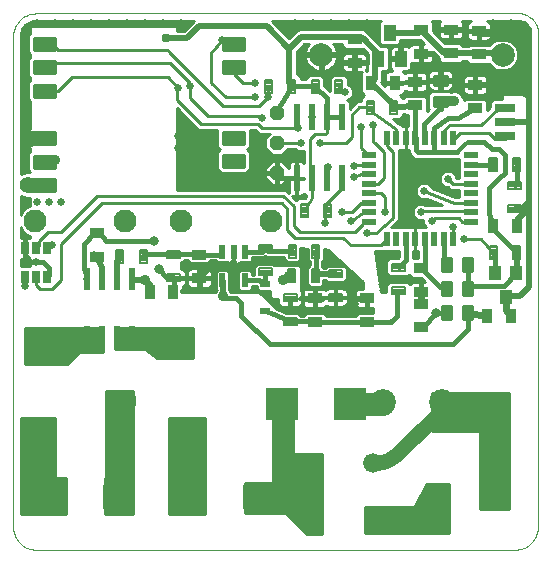
<source format=gbl>
G75*
%MOIN*%
%OFA0B0*%
%FSLAX24Y24*%
%IPPOS*%
%LPD*%
%AMOC8*
5,1,8,0,0,1.08239X$1,22.5*
%
%ADD10C,0.0000*%
%ADD11R,0.0400X0.0450*%
%ADD12R,0.0220X0.0780*%
%ADD13C,0.0079*%
%ADD14R,0.0512X0.0355*%
%ADD15R,0.0355X0.0512*%
%ADD16C,0.0787*%
%ADD17C,0.0860*%
%ADD18R,0.0220X0.0500*%
%ADD19R,0.0669X0.0276*%
%ADD20R,0.0394X0.0551*%
%ADD21R,0.0210X0.0500*%
%ADD22R,0.0500X0.0210*%
%ADD23C,0.0660*%
%ADD24C,0.0700*%
%ADD25R,0.0327X0.0248*%
%ADD26R,0.0276X0.0394*%
%ADD27C,0.0768*%
%ADD28C,0.0100*%
%ADD29OC8,0.0480*%
%ADD30R,0.0800X0.0800*%
%ADD31C,0.0800*%
%ADD32R,0.0236X0.0866*%
%ADD33R,0.1102X0.1102*%
%ADD34C,0.0560*%
%ADD35C,0.0160*%
%ADD36C,0.0200*%
%ADD37C,0.0140*%
%ADD38C,0.0356*%
%ADD39C,0.0310*%
%ADD40C,0.0180*%
%ADD41C,0.0250*%
%ADD42C,0.0240*%
%ADD43C,0.0500*%
%ADD44C,0.0120*%
%ADD45C,0.0760*%
%ADD46C,0.0320*%
%ADD47C,0.0317*%
D10*
X004460Y000900D02*
X004460Y017270D01*
X004462Y017324D01*
X004468Y017377D01*
X004477Y017429D01*
X004490Y017481D01*
X004507Y017532D01*
X004528Y017582D01*
X004552Y017629D01*
X004579Y017675D01*
X004610Y017719D01*
X004643Y017761D01*
X004680Y017800D01*
X004719Y017837D01*
X004761Y017870D01*
X004805Y017901D01*
X004851Y017928D01*
X004898Y017952D01*
X004948Y017973D01*
X004999Y017990D01*
X005051Y018003D01*
X005103Y018012D01*
X005156Y018018D01*
X005210Y018020D01*
X021202Y018020D01*
X021251Y018026D01*
X021300Y018028D01*
X021349Y018026D01*
X021398Y018021D01*
X021446Y018012D01*
X021494Y017999D01*
X021541Y017983D01*
X021586Y017964D01*
X021629Y017941D01*
X021671Y017915D01*
X021711Y017886D01*
X021748Y017854D01*
X021783Y017819D01*
X021815Y017782D01*
X021845Y017742D01*
X021871Y017701D01*
X021894Y017657D01*
X021914Y017612D01*
X021930Y017566D01*
X021943Y017518D01*
X021952Y017470D01*
X021952Y000900D01*
X021950Y000846D01*
X021944Y000793D01*
X021935Y000741D01*
X021922Y000689D01*
X021905Y000638D01*
X021884Y000588D01*
X021860Y000541D01*
X021833Y000495D01*
X021802Y000451D01*
X021769Y000409D01*
X021732Y000370D01*
X021693Y000333D01*
X021651Y000300D01*
X021607Y000269D01*
X021561Y000242D01*
X021514Y000218D01*
X021464Y000197D01*
X021413Y000180D01*
X021361Y000167D01*
X021309Y000158D01*
X021256Y000152D01*
X021202Y000150D01*
X005210Y000150D01*
X005156Y000152D01*
X005103Y000158D01*
X005051Y000167D01*
X004999Y000180D01*
X004948Y000197D01*
X004898Y000218D01*
X004851Y000242D01*
X004805Y000269D01*
X004761Y000300D01*
X004719Y000333D01*
X004680Y000370D01*
X004643Y000409D01*
X004610Y000451D01*
X004579Y000495D01*
X004552Y000541D01*
X004528Y000588D01*
X004507Y000638D01*
X004490Y000689D01*
X004477Y000741D01*
X004468Y000793D01*
X004462Y000846D01*
X004460Y000900D01*
D11*
X020530Y009360D03*
X021230Y009360D03*
X020880Y008560D03*
D12*
X008410Y009170D03*
X007910Y009170D03*
X007410Y009170D03*
X006910Y009170D03*
X006910Y007230D03*
X007410Y007230D03*
X007910Y007230D03*
X008410Y007230D03*
D13*
X010037Y009088D02*
X010037Y009324D01*
X010037Y009088D02*
X009603Y009088D01*
X009603Y009324D01*
X010037Y009324D01*
X010037Y009166D02*
X009603Y009166D01*
X009603Y009244D02*
X010037Y009244D01*
X010037Y009322D02*
X009603Y009322D01*
X010037Y009876D02*
X010037Y010112D01*
X010037Y009876D02*
X009603Y009876D01*
X009603Y010112D01*
X010037Y010112D01*
X010037Y009954D02*
X009603Y009954D01*
X009603Y010032D02*
X010037Y010032D01*
X010037Y010110D02*
X009603Y010110D01*
X008921Y009713D02*
X008685Y009713D01*
X008685Y010147D01*
X008921Y010147D01*
X008921Y009713D01*
X008921Y009791D02*
X008685Y009791D01*
X008685Y009869D02*
X008921Y009869D01*
X008921Y009947D02*
X008685Y009947D01*
X008685Y010025D02*
X008921Y010025D01*
X008921Y010103D02*
X008685Y010103D01*
X008134Y009713D02*
X007898Y009713D01*
X007898Y010147D01*
X008134Y010147D01*
X008134Y009713D01*
X008134Y009791D02*
X007898Y009791D01*
X007898Y009869D02*
X008134Y009869D01*
X008134Y009947D02*
X007898Y009947D01*
X007898Y010025D02*
X008134Y010025D01*
X008134Y010103D02*
X007898Y010103D01*
X012643Y010076D02*
X012643Y010312D01*
X013077Y010312D01*
X013077Y010076D01*
X012643Y010076D01*
X012643Y010154D02*
X013077Y010154D01*
X013077Y010232D02*
X012643Y010232D01*
X012643Y010310D02*
X013077Y010310D01*
X013648Y009883D02*
X013884Y009883D01*
X013648Y009883D02*
X013648Y010317D01*
X013884Y010317D01*
X013884Y009883D01*
X013884Y009961D02*
X013648Y009961D01*
X013648Y010039D02*
X013884Y010039D01*
X013884Y010117D02*
X013648Y010117D01*
X013648Y010195D02*
X013884Y010195D01*
X013884Y010273D02*
X013648Y010273D01*
X014435Y009883D02*
X014671Y009883D01*
X014435Y009883D02*
X014435Y010317D01*
X014671Y010317D01*
X014671Y009883D01*
X014671Y009961D02*
X014435Y009961D01*
X014435Y010039D02*
X014671Y010039D01*
X014671Y010117D02*
X014435Y010117D01*
X014435Y010195D02*
X014671Y010195D01*
X014671Y010273D02*
X014435Y010273D01*
X014415Y009487D02*
X014651Y009487D01*
X014651Y009053D01*
X014415Y009053D01*
X014415Y009487D01*
X014415Y009131D02*
X014651Y009131D01*
X014651Y009209D02*
X014415Y009209D01*
X014415Y009287D02*
X014651Y009287D01*
X014651Y009365D02*
X014415Y009365D01*
X014415Y009443D02*
X014651Y009443D01*
X015427Y009462D02*
X015427Y009226D01*
X014993Y009226D01*
X014993Y009462D01*
X015427Y009462D01*
X015427Y009304D02*
X014993Y009304D01*
X014993Y009382D02*
X015427Y009382D01*
X015427Y009460D02*
X014993Y009460D01*
X015427Y008674D02*
X015427Y008438D01*
X014993Y008438D01*
X014993Y008674D01*
X015427Y008674D01*
X015427Y008516D02*
X014993Y008516D01*
X014993Y008594D02*
X015427Y008594D01*
X015427Y008672D02*
X014993Y008672D01*
X013473Y008662D02*
X013473Y008426D01*
X013473Y008662D02*
X013907Y008662D01*
X013907Y008426D01*
X013473Y008426D01*
X013473Y008504D02*
X013907Y008504D01*
X013907Y008582D02*
X013473Y008582D01*
X013473Y008660D02*
X013907Y008660D01*
X013864Y009487D02*
X013628Y009487D01*
X013864Y009487D02*
X013864Y009053D01*
X013628Y009053D01*
X013628Y009487D01*
X013628Y009131D02*
X013864Y009131D01*
X013864Y009209D02*
X013628Y009209D01*
X013628Y009287D02*
X013864Y009287D01*
X013864Y009365D02*
X013628Y009365D01*
X013628Y009443D02*
X013864Y009443D01*
X012643Y009524D02*
X012643Y009288D01*
X012643Y009524D02*
X013077Y009524D01*
X013077Y009288D01*
X012643Y009288D01*
X012643Y009366D02*
X013077Y009366D01*
X013077Y009444D02*
X012643Y009444D01*
X012643Y009522D02*
X013077Y009522D01*
X013473Y007874D02*
X013473Y007638D01*
X013473Y007874D02*
X013907Y007874D01*
X013907Y007638D01*
X013473Y007638D01*
X013473Y007716D02*
X013907Y007716D01*
X013907Y007794D02*
X013473Y007794D01*
X013473Y007872D02*
X013907Y007872D01*
X017093Y008658D02*
X017093Y008894D01*
X017527Y008894D01*
X017527Y008658D01*
X017093Y008658D01*
X017093Y008736D02*
X017527Y008736D01*
X017527Y008814D02*
X017093Y008814D01*
X017093Y008892D02*
X017527Y008892D01*
X017093Y009446D02*
X017093Y009682D01*
X017527Y009682D01*
X017527Y009446D01*
X017093Y009446D01*
X017093Y009524D02*
X017527Y009524D01*
X017527Y009602D02*
X017093Y009602D01*
X017093Y009680D02*
X017527Y009680D01*
X015071Y011667D02*
X014835Y011667D01*
X015071Y011667D02*
X015071Y011233D01*
X014835Y011233D01*
X014835Y011667D01*
X014835Y011311D02*
X015071Y011311D01*
X015071Y011389D02*
X014835Y011389D01*
X014835Y011467D02*
X015071Y011467D01*
X015071Y011545D02*
X014835Y011545D01*
X014835Y011623D02*
X015071Y011623D01*
X014284Y011667D02*
X014048Y011667D01*
X014284Y011667D02*
X014284Y011233D01*
X014048Y011233D01*
X014048Y011667D01*
X014048Y011311D02*
X014284Y011311D01*
X014284Y011389D02*
X014048Y011389D01*
X014048Y011467D02*
X014284Y011467D01*
X014284Y011545D02*
X014048Y011545D01*
X014048Y011623D02*
X014284Y011623D01*
X016248Y015117D02*
X016484Y015117D01*
X016484Y014683D01*
X016248Y014683D01*
X016248Y015117D01*
X016248Y014761D02*
X016484Y014761D01*
X016484Y014839D02*
X016248Y014839D01*
X016248Y014917D02*
X016484Y014917D01*
X016484Y014995D02*
X016248Y014995D01*
X016248Y015073D02*
X016484Y015073D01*
X017035Y015117D02*
X017271Y015117D01*
X017271Y014683D01*
X017035Y014683D01*
X017035Y015117D01*
X017035Y014761D02*
X017271Y014761D01*
X017271Y014839D02*
X017035Y014839D01*
X017035Y014917D02*
X017271Y014917D01*
X017271Y014995D02*
X017035Y014995D01*
X017035Y015073D02*
X017271Y015073D01*
X015431Y015363D02*
X015195Y015363D01*
X015195Y015797D01*
X015431Y015797D01*
X015431Y015363D01*
X015431Y015441D02*
X015195Y015441D01*
X015195Y015519D02*
X015431Y015519D01*
X015431Y015597D02*
X015195Y015597D01*
X015195Y015675D02*
X015431Y015675D01*
X015431Y015753D02*
X015195Y015753D01*
X014644Y015363D02*
X014408Y015363D01*
X014408Y015797D01*
X014644Y015797D01*
X014644Y015363D01*
X014644Y015441D02*
X014408Y015441D01*
X014408Y015519D02*
X014644Y015519D01*
X014644Y015597D02*
X014408Y015597D01*
X014408Y015675D02*
X014644Y015675D01*
X014644Y015753D02*
X014408Y015753D01*
X013871Y015383D02*
X013635Y015383D01*
X013635Y015817D01*
X013871Y015817D01*
X013871Y015383D01*
X013871Y015461D02*
X013635Y015461D01*
X013635Y015539D02*
X013871Y015539D01*
X013871Y015617D02*
X013635Y015617D01*
X013635Y015695D02*
X013871Y015695D01*
X013871Y015773D02*
X013635Y015773D01*
X013084Y015383D02*
X012848Y015383D01*
X012848Y015817D01*
X013084Y015817D01*
X013084Y015383D01*
X013084Y015461D02*
X012848Y015461D01*
X012848Y015539D02*
X013084Y015539D01*
X013084Y015617D02*
X012848Y015617D01*
X012848Y015695D02*
X013084Y015695D01*
X013084Y015773D02*
X012848Y015773D01*
X020338Y012753D02*
X020574Y012753D01*
X020338Y012753D02*
X020338Y013187D01*
X020574Y013187D01*
X020574Y012753D01*
X020574Y012831D02*
X020338Y012831D01*
X020338Y012909D02*
X020574Y012909D01*
X020574Y012987D02*
X020338Y012987D01*
X020338Y013065D02*
X020574Y013065D01*
X020574Y013143D02*
X020338Y013143D01*
X021125Y012753D02*
X021361Y012753D01*
X021125Y012753D02*
X021125Y013187D01*
X021361Y013187D01*
X021361Y012753D01*
X021361Y012831D02*
X021125Y012831D01*
X021125Y012909D02*
X021361Y012909D01*
X021361Y012987D02*
X021125Y012987D01*
X021125Y013065D02*
X021361Y013065D01*
X021361Y013143D02*
X021125Y013143D01*
X021397Y012412D02*
X021397Y012176D01*
X020963Y012176D01*
X020963Y012412D01*
X021397Y012412D01*
X021397Y012254D02*
X020963Y012254D01*
X020963Y012332D02*
X021397Y012332D01*
X021397Y012410D02*
X020963Y012410D01*
X021397Y011624D02*
X021397Y011388D01*
X020963Y011388D01*
X020963Y011624D01*
X021397Y011624D01*
X021397Y011466D02*
X020963Y011466D01*
X020963Y011544D02*
X021397Y011544D01*
X021397Y011622D02*
X020963Y011622D01*
X021135Y009833D02*
X021371Y009833D01*
X021135Y009833D02*
X021135Y010267D01*
X021371Y010267D01*
X021371Y009833D01*
X021371Y009911D02*
X021135Y009911D01*
X021135Y009989D02*
X021371Y009989D01*
X021371Y010067D02*
X021135Y010067D01*
X021135Y010145D02*
X021371Y010145D01*
X021371Y010223D02*
X021135Y010223D01*
X020584Y009833D02*
X020348Y009833D01*
X020348Y010267D01*
X020584Y010267D01*
X020584Y009833D01*
X020584Y009911D02*
X020348Y009911D01*
X020348Y009989D02*
X020584Y009989D01*
X020584Y010067D02*
X020348Y010067D01*
X020348Y010145D02*
X020584Y010145D01*
X020584Y010223D02*
X020348Y010223D01*
D14*
X018060Y009532D03*
X018060Y008745D03*
X018060Y008344D03*
X018060Y007556D03*
X016260Y007736D03*
X016260Y008524D03*
X014520Y008524D03*
X014520Y007736D03*
X010670Y009196D03*
X010670Y009984D03*
X007260Y009906D03*
X007260Y010694D03*
X015840Y016386D03*
X015840Y017174D03*
X017860Y015744D03*
X017860Y014956D03*
X019860Y014856D03*
X019860Y015644D03*
X019990Y016656D03*
X019990Y017444D03*
X019050Y017484D03*
X019050Y016696D03*
X018060Y016686D03*
X018060Y017474D03*
D15*
X017183Y015710D03*
X016396Y015710D03*
X020466Y010950D03*
X021253Y010950D03*
X021053Y007950D03*
X020266Y007950D03*
X009803Y008750D03*
X009016Y008750D03*
D16*
X014728Y016637D03*
X020791Y016637D03*
D17*
X018744Y005063D03*
X016775Y005063D03*
D18*
X012190Y009120D03*
X011430Y009120D03*
X011430Y010080D03*
X011810Y010080D03*
X012190Y010080D03*
D19*
X020851Y013939D03*
X020851Y014411D03*
X020851Y014884D03*
D20*
X017384Y016517D03*
X016635Y016517D03*
X017010Y017383D03*
D21*
X016922Y013875D03*
X017237Y013875D03*
X017552Y013875D03*
X017867Y013875D03*
X018182Y013875D03*
X018497Y013875D03*
X018812Y013875D03*
X019127Y013875D03*
X019127Y010495D03*
X018812Y010495D03*
X018497Y010495D03*
X018182Y010495D03*
X017867Y010495D03*
X017552Y010495D03*
X017237Y010495D03*
X016922Y010495D03*
D22*
X016334Y011083D03*
X016334Y011398D03*
X016334Y011713D03*
X016334Y012028D03*
X016334Y012343D03*
X016334Y012658D03*
X016334Y012973D03*
X016334Y013288D03*
X019714Y013288D03*
X019714Y012973D03*
X019714Y012658D03*
X019714Y012343D03*
X019714Y012028D03*
X019714Y011713D03*
X019714Y011398D03*
X019714Y011083D03*
D23*
X016444Y003050D03*
X014475Y003050D03*
D24*
X014480Y001100D03*
X016480Y001100D03*
D25*
X012860Y008097D03*
X012860Y009003D03*
D26*
X005604Y009248D03*
X005230Y009248D03*
X004855Y009248D03*
X004855Y010192D03*
X005230Y010192D03*
X005604Y010192D03*
D27*
X005200Y011100D03*
X008200Y011100D03*
X010050Y011100D03*
X013050Y011100D03*
X010050Y007100D03*
X008200Y005100D03*
X010050Y004100D03*
X005200Y004100D03*
X005200Y007100D03*
D28*
X004860Y007144D02*
X007460Y007144D01*
X007460Y007242D02*
X004860Y007242D01*
X004860Y007341D02*
X007460Y007341D01*
X007460Y007439D02*
X004860Y007439D01*
X004860Y007538D02*
X007460Y007538D01*
X007460Y007550D02*
X004860Y007550D01*
X004860Y006350D01*
X006260Y006350D01*
X006660Y006750D01*
X007460Y006750D01*
X007460Y007550D01*
X007860Y007550D02*
X010460Y007550D01*
X010460Y006550D01*
X009260Y006550D01*
X008860Y006850D01*
X007860Y006850D01*
X007860Y007550D01*
X007860Y007538D02*
X010460Y007538D01*
X010460Y007439D02*
X007860Y007439D01*
X007860Y007341D02*
X010460Y007341D01*
X010460Y007242D02*
X007860Y007242D01*
X007860Y007144D02*
X010460Y007144D01*
X010460Y007045D02*
X007860Y007045D01*
X007860Y006947D02*
X010460Y006947D01*
X010460Y006848D02*
X008862Y006848D01*
X008993Y006750D02*
X010460Y006750D01*
X010460Y006651D02*
X009125Y006651D01*
X009256Y006553D02*
X010460Y006553D01*
X008460Y005450D02*
X008460Y001350D01*
X007510Y001350D01*
X007510Y002550D01*
X007560Y002550D01*
X007560Y005450D01*
X008460Y005450D01*
X008460Y005371D02*
X007560Y005371D01*
X007560Y005272D02*
X008460Y005272D01*
X008460Y005174D02*
X007560Y005174D01*
X007560Y005075D02*
X008460Y005075D01*
X008460Y004977D02*
X007560Y004977D01*
X007560Y004878D02*
X008460Y004878D01*
X008460Y004780D02*
X007560Y004780D01*
X007560Y004681D02*
X008460Y004681D01*
X008460Y004583D02*
X007560Y004583D01*
X007560Y004484D02*
X008460Y004484D01*
X008460Y004386D02*
X007560Y004386D01*
X007560Y004287D02*
X008460Y004287D01*
X008460Y004189D02*
X007560Y004189D01*
X007560Y004090D02*
X008460Y004090D01*
X008460Y003992D02*
X007560Y003992D01*
X007560Y003893D02*
X008460Y003893D01*
X008460Y003795D02*
X007560Y003795D01*
X007560Y003696D02*
X008460Y003696D01*
X008460Y003598D02*
X007560Y003598D01*
X007560Y003499D02*
X008460Y003499D01*
X008460Y003401D02*
X007560Y003401D01*
X007560Y003302D02*
X008460Y003302D01*
X008460Y003204D02*
X007560Y003204D01*
X007560Y003105D02*
X008460Y003105D01*
X008460Y003007D02*
X007560Y003007D01*
X007560Y002908D02*
X008460Y002908D01*
X008460Y002810D02*
X007560Y002810D01*
X007560Y002711D02*
X008460Y002711D01*
X008460Y002613D02*
X007560Y002613D01*
X007510Y002514D02*
X008460Y002514D01*
X008460Y002416D02*
X007510Y002416D01*
X007510Y002317D02*
X008460Y002317D01*
X008460Y002219D02*
X007510Y002219D01*
X007510Y002120D02*
X008460Y002120D01*
X008460Y002022D02*
X007510Y002022D01*
X007510Y001923D02*
X008460Y001923D01*
X008460Y001825D02*
X007510Y001825D01*
X007510Y001726D02*
X008460Y001726D01*
X008460Y001628D02*
X007510Y001628D01*
X007510Y001529D02*
X008460Y001529D01*
X008460Y001431D02*
X007510Y001431D01*
X006210Y001431D02*
X004710Y001431D01*
X004710Y001350D02*
X004710Y004550D01*
X005860Y004550D01*
X005860Y002550D01*
X006210Y002550D01*
X006210Y001350D01*
X004710Y001350D01*
X004710Y001529D02*
X006210Y001529D01*
X006210Y001628D02*
X004710Y001628D01*
X004710Y001726D02*
X006210Y001726D01*
X006210Y001825D02*
X004710Y001825D01*
X004710Y001923D02*
X006210Y001923D01*
X006210Y002022D02*
X004710Y002022D01*
X004710Y002120D02*
X006210Y002120D01*
X006210Y002219D02*
X004710Y002219D01*
X004710Y002317D02*
X006210Y002317D01*
X006210Y002416D02*
X004710Y002416D01*
X004710Y002514D02*
X006210Y002514D01*
X005860Y002613D02*
X004710Y002613D01*
X004710Y002711D02*
X005860Y002711D01*
X005860Y002810D02*
X004710Y002810D01*
X004710Y002908D02*
X005860Y002908D01*
X005860Y003007D02*
X004710Y003007D01*
X004710Y003105D02*
X005860Y003105D01*
X005860Y003204D02*
X004710Y003204D01*
X004710Y003302D02*
X005860Y003302D01*
X005860Y003401D02*
X004710Y003401D01*
X004710Y003499D02*
X005860Y003499D01*
X005860Y003598D02*
X004710Y003598D01*
X004710Y003696D02*
X005860Y003696D01*
X005860Y003795D02*
X004710Y003795D01*
X004710Y003893D02*
X005860Y003893D01*
X005860Y003992D02*
X004710Y003992D01*
X004710Y004090D02*
X005860Y004090D01*
X005860Y004189D02*
X004710Y004189D01*
X004710Y004287D02*
X005860Y004287D01*
X005860Y004386D02*
X004710Y004386D01*
X004710Y004484D02*
X005860Y004484D01*
X006265Y006356D02*
X004860Y006356D01*
X004860Y006454D02*
X006364Y006454D01*
X006462Y006553D02*
X004860Y006553D01*
X004860Y006651D02*
X006561Y006651D01*
X006659Y006750D02*
X004860Y006750D01*
X004860Y006848D02*
X007460Y006848D01*
X007460Y006947D02*
X004860Y006947D01*
X004860Y007045D02*
X007460Y007045D01*
X005760Y008850D02*
X005350Y008850D01*
X005230Y008970D01*
X005230Y009248D01*
X004855Y009248D02*
X004855Y008954D01*
X004860Y008950D01*
X005010Y009594D02*
X004710Y009594D01*
X004710Y009846D01*
X004837Y009846D01*
X004837Y010174D01*
X004874Y010174D01*
X004874Y009846D01*
X005010Y009846D01*
X005010Y009594D01*
X005010Y009606D02*
X004710Y009606D01*
X004710Y009705D02*
X005010Y009705D01*
X005010Y009803D02*
X004710Y009803D01*
X004837Y009902D02*
X004874Y009902D01*
X004874Y010000D02*
X004837Y010000D01*
X004837Y010099D02*
X004874Y010099D01*
X004874Y010211D02*
X004837Y010211D01*
X004837Y010539D01*
X004710Y010539D01*
X004710Y010888D01*
X004747Y010798D01*
X004897Y010647D01*
X005010Y010601D01*
X005010Y010539D01*
X004874Y010539D01*
X004874Y010211D01*
X004874Y010296D02*
X004837Y010296D01*
X004837Y010394D02*
X004874Y010394D01*
X004874Y010493D02*
X004837Y010493D01*
X004710Y010591D02*
X005010Y010591D01*
X004855Y010690D02*
X004710Y010690D01*
X004710Y010788D02*
X004756Y010788D01*
X004710Y010887D02*
X004710Y010887D01*
X004710Y011312D02*
X004710Y011942D01*
X004716Y011935D01*
X004874Y011870D01*
X005010Y011870D01*
X005010Y011599D01*
X004897Y011553D01*
X004747Y011402D01*
X004710Y011312D01*
X004710Y011379D02*
X004737Y011379D01*
X004710Y011478D02*
X004822Y011478D01*
X004710Y011576D02*
X004954Y011576D01*
X005010Y011675D02*
X004710Y011675D01*
X004710Y011773D02*
X005010Y011773D01*
X004870Y011872D02*
X004710Y011872D01*
X004710Y012658D02*
X004710Y017270D01*
X004716Y017348D01*
X004764Y017497D01*
X004856Y017624D01*
X004983Y017716D01*
X005131Y017764D01*
X005210Y017770D01*
X010476Y017770D01*
X010156Y017450D01*
X009910Y017450D01*
X009910Y017571D01*
X009880Y017600D01*
X005039Y017600D01*
X005010Y017571D01*
X005010Y017338D01*
X004966Y017295D01*
X004966Y016729D01*
X005010Y016686D01*
X005010Y016551D01*
X004966Y016508D01*
X004966Y015942D01*
X005010Y015899D01*
X005010Y015764D01*
X004966Y015720D01*
X004966Y015155D01*
X005010Y015111D01*
X005010Y014189D01*
X005006Y014185D01*
X004980Y014140D01*
X004966Y014089D01*
X004966Y013913D01*
X005010Y013913D01*
X005010Y013813D01*
X004966Y013813D01*
X004966Y013636D01*
X004980Y013585D01*
X005006Y013540D01*
X005010Y013536D01*
X005010Y013401D01*
X004966Y013358D01*
X004966Y012792D01*
X005010Y012749D01*
X005010Y012730D01*
X004874Y012730D01*
X004716Y012665D01*
X004710Y012658D01*
X004710Y012660D02*
X004711Y012660D01*
X004710Y012758D02*
X005001Y012758D01*
X004966Y012857D02*
X004710Y012857D01*
X004710Y012955D02*
X004966Y012955D01*
X004966Y013054D02*
X004710Y013054D01*
X004710Y013152D02*
X004966Y013152D01*
X004966Y013251D02*
X004710Y013251D01*
X004710Y013349D02*
X004966Y013349D01*
X005010Y013448D02*
X004710Y013448D01*
X004710Y013546D02*
X005003Y013546D01*
X004966Y013645D02*
X004710Y013645D01*
X004710Y013743D02*
X004966Y013743D01*
X005010Y013842D02*
X004710Y013842D01*
X004710Y013940D02*
X004966Y013940D01*
X004966Y014039D02*
X004710Y014039D01*
X004710Y014137D02*
X004979Y014137D01*
X005010Y014236D02*
X004710Y014236D01*
X004710Y014334D02*
X005010Y014334D01*
X005010Y014433D02*
X004710Y014433D01*
X004710Y014531D02*
X005010Y014531D01*
X005010Y014630D02*
X004710Y014630D01*
X004710Y014728D02*
X005010Y014728D01*
X005010Y014827D02*
X004710Y014827D01*
X004710Y014925D02*
X005010Y014925D01*
X005010Y015024D02*
X004710Y015024D01*
X004710Y015122D02*
X004999Y015122D01*
X004966Y015221D02*
X004710Y015221D01*
X004710Y015319D02*
X004966Y015319D01*
X004966Y015418D02*
X004710Y015418D01*
X004710Y015516D02*
X004966Y015516D01*
X004966Y015615D02*
X004710Y015615D01*
X004710Y015713D02*
X004966Y015713D01*
X005010Y015812D02*
X004710Y015812D01*
X004710Y015910D02*
X004998Y015910D01*
X004966Y016009D02*
X004710Y016009D01*
X004710Y016107D02*
X004966Y016107D01*
X004966Y016206D02*
X004710Y016206D01*
X004710Y016304D02*
X004966Y016304D01*
X004966Y016403D02*
X004710Y016403D01*
X004710Y016501D02*
X004966Y016501D01*
X005010Y016600D02*
X004710Y016600D01*
X004710Y016698D02*
X004998Y016698D01*
X004966Y016797D02*
X004710Y016797D01*
X004710Y016895D02*
X004966Y016895D01*
X004966Y016994D02*
X004710Y016994D01*
X004710Y017092D02*
X004966Y017092D01*
X004966Y017191D02*
X004710Y017191D01*
X004711Y017289D02*
X004966Y017289D01*
X005010Y017388D02*
X004728Y017388D01*
X004760Y017486D02*
X005010Y017486D01*
X005023Y017585D02*
X004828Y017585D01*
X004938Y017683D02*
X010389Y017683D01*
X010291Y017585D02*
X009896Y017585D01*
X009910Y017486D02*
X010192Y017486D01*
X009610Y016800D02*
X009660Y016750D01*
X010460Y015950D01*
X011160Y015250D01*
X011460Y014950D01*
X012660Y014950D01*
X012960Y015250D01*
X012966Y015256D01*
X012966Y015600D01*
X012510Y015700D02*
X012110Y015700D01*
X011810Y016000D01*
X011810Y016224D01*
X011809Y016225D01*
X011466Y016425D02*
X012152Y016425D01*
X012152Y016025D01*
X011466Y016025D01*
X011466Y016425D01*
X011466Y016124D02*
X012152Y016124D01*
X012152Y016223D02*
X011466Y016223D01*
X011466Y016322D02*
X012152Y016322D01*
X012152Y016421D02*
X011466Y016421D01*
X011060Y016250D02*
X011060Y016700D01*
X011410Y017150D01*
X011447Y017012D01*
X011809Y017012D01*
X011466Y017212D02*
X012152Y017212D01*
X012152Y016812D01*
X011466Y016812D01*
X011466Y017212D01*
X011466Y016911D02*
X012152Y016911D01*
X012152Y017010D02*
X011466Y017010D01*
X011466Y017109D02*
X012152Y017109D01*
X012152Y017208D02*
X011466Y017208D01*
X011060Y016250D02*
X011060Y015700D01*
X011560Y015250D01*
X012510Y015250D01*
X012710Y014600D02*
X010960Y014600D01*
X010360Y015200D01*
X010360Y015600D01*
X010360Y015700D01*
X009685Y016375D01*
X006085Y016375D01*
X005885Y016375D01*
X005860Y016350D01*
X005635Y016350D01*
X005510Y016225D01*
X005167Y016425D02*
X005853Y016425D01*
X005853Y016025D01*
X005167Y016025D01*
X005167Y016425D01*
X005167Y016124D02*
X005853Y016124D01*
X005853Y016223D02*
X005167Y016223D01*
X005167Y016322D02*
X005853Y016322D01*
X005853Y016421D02*
X005167Y016421D01*
X005167Y017212D02*
X005853Y017212D01*
X005853Y016812D01*
X005167Y016812D01*
X005167Y017212D01*
X005167Y016911D02*
X005853Y016911D01*
X005853Y017010D02*
X005167Y017010D01*
X005167Y017109D02*
X005853Y017109D01*
X005853Y017208D02*
X005167Y017208D01*
X005510Y017012D02*
X005722Y017012D01*
X005747Y017012D01*
X005960Y016800D01*
X009610Y016800D01*
X009685Y016375D02*
X009710Y016350D01*
X009610Y015900D02*
X009960Y015550D01*
X009910Y015500D01*
X009910Y015150D01*
X010710Y014350D01*
X012610Y014350D01*
X012760Y014200D01*
X013960Y014200D01*
X013910Y014250D01*
X013910Y014574D01*
X014410Y014574D02*
X014410Y014400D01*
X014460Y014350D01*
X014510Y014000D02*
X014360Y013850D01*
X014360Y012950D01*
X014410Y012900D01*
X014410Y012526D01*
X014410Y011897D01*
X014336Y011720D02*
X014166Y011450D01*
X013820Y011590D02*
X013460Y011950D01*
X007260Y011950D01*
X006060Y010750D01*
X005610Y010750D01*
X005310Y010450D01*
X005310Y010272D01*
X005230Y010192D01*
X005604Y010192D02*
X005652Y010192D01*
X005760Y010300D01*
X006060Y010350D02*
X006060Y009150D01*
X005760Y008850D01*
X006060Y010350D02*
X007410Y011700D01*
X013410Y011700D01*
X013600Y011510D01*
X013600Y010810D01*
X013860Y010550D01*
X015460Y010550D01*
X015710Y010300D01*
X016726Y010300D01*
X016922Y010495D01*
X016560Y010700D02*
X016260Y010700D01*
X016560Y010700D02*
X017110Y011200D01*
X017110Y013400D01*
X016922Y013588D01*
X016922Y013875D01*
X016513Y013696D02*
X016463Y013746D01*
X016460Y014300D01*
X016060Y014250D02*
X016060Y013550D01*
X016322Y013288D01*
X016334Y013288D01*
X016334Y012973D02*
X015982Y012973D01*
X015942Y012973D01*
X015820Y012950D01*
X015830Y012580D02*
X016067Y012658D01*
X016334Y012658D01*
X016341Y012350D02*
X016334Y012343D01*
X016341Y012350D02*
X016610Y012350D01*
X016810Y012550D01*
X016810Y013400D01*
X016513Y013696D01*
X017237Y013875D02*
X017237Y014173D01*
X016410Y014750D01*
X016410Y014906D01*
X016366Y014900D01*
X016360Y014894D01*
X016003Y014894D01*
X015760Y014650D01*
X015760Y013900D01*
X015560Y013700D01*
X014690Y013700D01*
X014860Y014000D02*
X014510Y014000D01*
X014860Y014000D02*
X014910Y014050D01*
X014910Y014574D01*
X014433Y014574D02*
X014410Y014574D01*
X015006Y015425D02*
X014833Y015598D01*
X014833Y015875D01*
X014722Y015986D01*
X014329Y015986D01*
X014218Y015875D01*
X014218Y015830D01*
X014061Y015830D01*
X014061Y015895D01*
X013950Y016006D01*
X013910Y016006D01*
X013910Y016746D01*
X014163Y017000D01*
X014322Y017000D01*
X014313Y016992D01*
X014263Y016922D01*
X014224Y016846D01*
X014198Y016765D01*
X014185Y016687D01*
X014678Y016687D01*
X014678Y016587D01*
X014778Y016587D01*
X014778Y016095D01*
X014855Y016107D01*
X015473Y016107D01*
X015464Y016117D02*
X015492Y016089D01*
X015526Y016069D01*
X015564Y016059D01*
X015801Y016059D01*
X015801Y016348D01*
X015434Y016348D01*
X015434Y016189D01*
X015444Y016151D01*
X015464Y016117D01*
X015434Y016206D02*
X015059Y016206D01*
X015082Y016223D02*
X015143Y016283D01*
X015193Y016352D01*
X015232Y016429D01*
X015258Y016510D01*
X015271Y016587D01*
X014778Y016587D01*
X014778Y016687D01*
X015271Y016687D01*
X015258Y016765D01*
X015232Y016846D01*
X015193Y016922D01*
X015143Y016992D01*
X015134Y017000D01*
X015434Y017000D01*
X015434Y016934D01*
X015521Y016846D01*
X016110Y016846D01*
X016289Y016667D01*
X016289Y016370D01*
X016260Y016300D01*
X016260Y016116D01*
X016215Y016116D01*
X016215Y016117D01*
X016235Y016151D01*
X016245Y016189D01*
X016245Y016348D01*
X015878Y016348D01*
X015878Y016425D01*
X015801Y016425D01*
X015801Y016714D01*
X015564Y016714D01*
X015526Y016704D01*
X015492Y016684D01*
X015464Y016656D01*
X015444Y016622D01*
X015434Y016584D01*
X015434Y016425D01*
X015801Y016425D01*
X015801Y016348D01*
X015878Y016348D01*
X015878Y016059D01*
X016099Y016059D01*
X016068Y016028D01*
X016068Y015392D01*
X016156Y015304D01*
X016167Y015304D01*
X016058Y015195D01*
X016058Y015094D01*
X015920Y015094D01*
X015678Y014851D01*
X015678Y015069D01*
X015605Y015142D01*
X015665Y015167D01*
X015743Y015244D01*
X015785Y015345D01*
X015785Y015455D01*
X015743Y015556D01*
X015665Y015633D01*
X015621Y015652D01*
X015621Y015875D01*
X015510Y015986D01*
X015117Y015986D01*
X015006Y015875D01*
X015006Y015425D01*
X015006Y015516D02*
X014915Y015516D01*
X014833Y015615D02*
X015006Y015615D01*
X015006Y015713D02*
X014833Y015713D01*
X014833Y015812D02*
X015006Y015812D01*
X015041Y015910D02*
X014798Y015910D01*
X014778Y016107D02*
X014678Y016107D01*
X014678Y016095D02*
X014678Y016587D01*
X014185Y016587D01*
X014198Y016510D01*
X014224Y016429D01*
X014263Y016352D01*
X014313Y016283D01*
X014374Y016223D01*
X014443Y016172D01*
X014519Y016134D01*
X014601Y016107D01*
X013910Y016107D01*
X013910Y016009D02*
X016068Y016009D01*
X016068Y015910D02*
X015586Y015910D01*
X015621Y015812D02*
X016068Y015812D01*
X016068Y015713D02*
X015621Y015713D01*
X015684Y015615D02*
X016068Y015615D01*
X016068Y015516D02*
X015759Y015516D01*
X015785Y015418D02*
X016068Y015418D01*
X016141Y015319D02*
X015774Y015319D01*
X015719Y015221D02*
X016084Y015221D01*
X016058Y015122D02*
X015624Y015122D01*
X015678Y015024D02*
X015850Y015024D01*
X015752Y014925D02*
X015678Y014925D01*
X015510Y015400D02*
X015313Y015446D01*
X015313Y015580D01*
X015013Y016172D02*
X014937Y016134D01*
X014855Y016107D01*
X014778Y016206D02*
X014678Y016206D01*
X014678Y016304D02*
X014778Y016304D01*
X014778Y016403D02*
X014678Y016403D01*
X014678Y016501D02*
X014778Y016501D01*
X014778Y016600D02*
X015438Y016600D01*
X015434Y016501D02*
X015255Y016501D01*
X015219Y016403D02*
X015801Y016403D01*
X015878Y016403D02*
X016289Y016403D01*
X016245Y016425D02*
X016245Y016584D01*
X016235Y016622D01*
X016215Y016656D01*
X016188Y016684D01*
X016153Y016704D01*
X016115Y016714D01*
X015878Y016714D01*
X015878Y016425D01*
X016245Y016425D01*
X016245Y016501D02*
X016289Y016501D01*
X016289Y016600D02*
X016241Y016600D01*
X016258Y016698D02*
X016163Y016698D01*
X016159Y016797D02*
X015248Y016797D01*
X015269Y016698D02*
X015516Y016698D01*
X015473Y016895D02*
X015207Y016895D01*
X015141Y016994D02*
X015434Y016994D01*
X015801Y016698D02*
X015878Y016698D01*
X015878Y016600D02*
X015801Y016600D01*
X015801Y016501D02*
X015878Y016501D01*
X015878Y016304D02*
X015801Y016304D01*
X015801Y016206D02*
X015878Y016206D01*
X015878Y016107D02*
X015801Y016107D01*
X015434Y016304D02*
X015158Y016304D01*
X015082Y016223D02*
X015013Y016172D01*
X014678Y016095D02*
X014601Y016107D01*
X014397Y016206D02*
X013910Y016206D01*
X013910Y016304D02*
X014298Y016304D01*
X014237Y016403D02*
X013910Y016403D01*
X013910Y016501D02*
X014201Y016501D01*
X014187Y016698D02*
X013910Y016698D01*
X013910Y016600D02*
X014678Y016600D01*
X014208Y016797D02*
X013960Y016797D01*
X014058Y016895D02*
X014249Y016895D01*
X014315Y016994D02*
X014157Y016994D01*
X013844Y017388D02*
X013476Y017388D01*
X013574Y017289D02*
X013745Y017289D01*
X013660Y017204D02*
X013121Y017742D01*
X013093Y017770D01*
X016712Y017770D01*
X016663Y017721D01*
X016663Y017045D01*
X016751Y016957D01*
X017268Y016957D01*
X017356Y017045D01*
X017356Y017133D01*
X018019Y017133D01*
X018038Y017141D01*
X018166Y017014D01*
X018098Y017014D01*
X018098Y016725D01*
X018021Y016725D01*
X018021Y017014D01*
X017784Y017014D01*
X017746Y017004D01*
X017712Y016984D01*
X017684Y016956D01*
X017664Y016922D01*
X017663Y016918D01*
X017638Y016932D01*
X017600Y016943D01*
X017432Y016943D01*
X017432Y016565D01*
X017335Y016565D01*
X017335Y016469D01*
X017037Y016469D01*
X017037Y016222D01*
X017047Y016183D01*
X017067Y016149D01*
X017095Y016121D01*
X017104Y016116D01*
X016986Y016116D01*
X016948Y016106D01*
X016914Y016086D01*
X016886Y016058D01*
X016866Y016024D01*
X016856Y015986D01*
X016856Y015749D01*
X017144Y015749D01*
X017144Y015671D01*
X016856Y015671D01*
X016856Y015604D01*
X016738Y015722D01*
X016760Y015774D01*
X016760Y016091D01*
X016894Y016091D01*
X016982Y016179D01*
X016982Y016855D01*
X016894Y016943D01*
X016721Y016943D01*
X016321Y017342D01*
X016251Y017412D01*
X016244Y017415D01*
X016158Y017501D01*
X015521Y017501D01*
X015520Y017500D01*
X014010Y017500D01*
X013918Y017462D01*
X013660Y017204D01*
X013377Y017486D02*
X013976Y017486D01*
X013279Y017585D02*
X016663Y017585D01*
X016663Y017683D02*
X013180Y017683D01*
X014046Y015910D02*
X014253Y015910D01*
X012760Y014550D02*
X012710Y014600D01*
X012527Y014150D02*
X012560Y014117D01*
X012677Y014000D01*
X013008Y014000D01*
X012870Y013862D01*
X012870Y013538D01*
X013098Y013310D01*
X013421Y013310D01*
X013611Y013500D01*
X013871Y013500D01*
X013904Y013467D01*
X014005Y013425D01*
X014114Y013425D01*
X014160Y013444D01*
X014160Y013040D01*
X014156Y013037D01*
X014148Y013052D01*
X014120Y013079D01*
X014086Y013099D01*
X014047Y013109D01*
X013919Y013109D01*
X013919Y012535D01*
X014141Y012535D01*
X014141Y012517D01*
X013919Y012517D01*
X013919Y012535D01*
X013900Y012535D01*
X013900Y012517D01*
X013641Y012517D01*
X013641Y012074D01*
X013650Y012043D01*
X013542Y012150D01*
X009910Y012150D01*
X009910Y014867D01*
X010627Y014150D01*
X011271Y014150D01*
X011266Y014145D01*
X011266Y013580D01*
X011358Y013488D01*
X011266Y013395D01*
X011266Y012830D01*
X011383Y012713D01*
X012236Y012713D01*
X012354Y012830D01*
X012354Y013395D01*
X012261Y013488D01*
X012354Y013580D01*
X012354Y014145D01*
X012349Y014150D01*
X012527Y014150D01*
X012540Y014137D02*
X012354Y014137D01*
X012354Y014039D02*
X012638Y014039D01*
X012560Y014117D02*
X012560Y014117D01*
X012354Y013940D02*
X012948Y013940D01*
X012870Y013842D02*
X012354Y013842D01*
X012354Y013743D02*
X012870Y013743D01*
X012870Y013645D02*
X012354Y013645D01*
X012320Y013546D02*
X012870Y013546D01*
X012960Y013448D02*
X012302Y013448D01*
X012354Y013349D02*
X013059Y013349D01*
X013460Y013349D02*
X014160Y013349D01*
X014160Y013251D02*
X012354Y013251D01*
X012354Y013152D02*
X014160Y013152D01*
X014146Y013054D02*
X014160Y013054D01*
X013919Y013054D02*
X013900Y013054D01*
X013900Y013109D02*
X013772Y013109D01*
X013734Y013099D01*
X013699Y013079D01*
X013671Y013052D01*
X013652Y013017D01*
X013641Y012979D01*
X013641Y012870D01*
X013421Y013090D01*
X013290Y013090D01*
X013290Y012730D01*
X013230Y012730D01*
X013230Y013090D01*
X013098Y013090D01*
X012870Y012862D01*
X012870Y012730D01*
X013230Y012730D01*
X013230Y012670D01*
X013290Y012670D01*
X013290Y012310D01*
X013421Y012310D01*
X013646Y012535D01*
X013900Y012535D01*
X013900Y013109D01*
X013900Y012955D02*
X013919Y012955D01*
X013919Y012857D02*
X013900Y012857D01*
X013900Y012758D02*
X013919Y012758D01*
X013919Y012660D02*
X013900Y012660D01*
X013900Y012561D02*
X013919Y012561D01*
X013919Y012517D02*
X013919Y011943D01*
X014047Y011943D01*
X014086Y011954D01*
X014120Y011973D01*
X014148Y012001D01*
X014156Y012016D01*
X014210Y011963D01*
X014210Y011897D01*
X014209Y011894D01*
X014185Y011856D01*
X013969Y011856D01*
X013903Y011789D01*
X013741Y011952D01*
X013772Y011943D01*
X013900Y011943D01*
X013900Y012517D01*
X013919Y012517D01*
X013919Y012463D02*
X013900Y012463D01*
X013900Y012364D02*
X013919Y012364D01*
X013919Y012266D02*
X013900Y012266D01*
X013900Y012167D02*
X013919Y012167D01*
X013919Y012069D02*
X013900Y012069D01*
X013900Y011970D02*
X013919Y011970D01*
X013821Y011872D02*
X014195Y011872D01*
X014337Y011720D02*
X014355Y011741D01*
X014372Y011764D01*
X014385Y011789D01*
X014396Y011814D01*
X014404Y011841D01*
X014408Y011869D01*
X014410Y011897D01*
X014203Y011970D02*
X014114Y011970D01*
X013820Y011590D02*
X013820Y010940D01*
X014010Y010750D01*
X015860Y010750D01*
X016110Y011000D01*
X016110Y011100D01*
X016317Y011100D01*
X016334Y011083D01*
X016334Y011398D02*
X016162Y011398D01*
X015710Y011100D01*
X015760Y011400D02*
X015410Y011400D01*
X015760Y011400D02*
X016072Y011713D01*
X016334Y011713D01*
X016334Y012028D02*
X016732Y012028D01*
X016860Y011900D01*
X016860Y011400D01*
X017310Y011379D02*
X017785Y011379D01*
X017785Y011345D02*
X017826Y011244D01*
X017904Y011167D01*
X018005Y011125D01*
X018114Y011125D01*
X018135Y011133D01*
X018135Y011045D01*
X018176Y010944D01*
X018225Y010895D01*
X018015Y010895D01*
X018010Y010890D01*
X017991Y010895D01*
X017869Y010895D01*
X017869Y010498D01*
X017864Y010498D01*
X017864Y010895D01*
X017742Y010895D01*
X017724Y010890D01*
X017719Y010895D01*
X017072Y010895D01*
X017187Y011000D01*
X017192Y011000D01*
X017248Y011055D01*
X017305Y011108D01*
X017306Y011113D01*
X017310Y011117D01*
X017310Y011195D01*
X017313Y011273D01*
X017310Y011277D01*
X017310Y013475D01*
X017404Y013475D01*
X017409Y013480D01*
X017427Y013475D01*
X017549Y013475D01*
X017549Y013873D01*
X017554Y013873D01*
X017554Y013475D01*
X017640Y013475D01*
X017640Y013422D01*
X017676Y013334D01*
X017736Y013274D01*
X017804Y013207D01*
X017892Y013170D01*
X018607Y013170D01*
X018631Y013180D01*
X019154Y013180D01*
X019164Y013170D01*
X019314Y013170D01*
X019314Y012543D01*
X019235Y012543D01*
X019235Y012555D01*
X019193Y012656D01*
X019115Y012733D01*
X019014Y012775D01*
X018905Y012775D01*
X018804Y012733D01*
X018726Y012656D01*
X018685Y012555D01*
X018685Y012445D01*
X018726Y012344D01*
X018804Y012267D01*
X018905Y012225D01*
X018952Y012225D01*
X019034Y012143D01*
X019314Y012143D01*
X019314Y011913D01*
X019184Y011913D01*
X018409Y012217D01*
X018393Y012256D01*
X018315Y012333D01*
X018214Y012375D01*
X018105Y012375D01*
X018004Y012333D01*
X017926Y012256D01*
X017885Y012155D01*
X017885Y012045D01*
X017926Y011944D01*
X018004Y011867D01*
X018105Y011825D01*
X018214Y011825D01*
X018262Y011845D01*
X018764Y011648D01*
X018180Y011648D01*
X018114Y011675D01*
X018005Y011675D01*
X017904Y011633D01*
X017826Y011556D01*
X017785Y011455D01*
X017785Y011345D01*
X017811Y011281D02*
X017310Y011281D01*
X017310Y011182D02*
X017889Y011182D01*
X018135Y011084D02*
X017279Y011084D01*
X017170Y010985D02*
X018159Y010985D01*
X018410Y011100D02*
X018510Y011200D01*
X019310Y011200D01*
X019427Y011083D01*
X019714Y011083D01*
X019507Y011448D02*
X018107Y011448D01*
X018060Y011400D01*
X017847Y011576D02*
X017310Y011576D01*
X017310Y011478D02*
X017794Y011478D01*
X018004Y011675D02*
X017310Y011675D01*
X017310Y011773D02*
X018445Y011773D01*
X018697Y011675D02*
X018115Y011675D01*
X017999Y011872D02*
X017310Y011872D01*
X017310Y011970D02*
X017916Y011970D01*
X017885Y012069D02*
X017310Y012069D01*
X017310Y012167D02*
X017890Y012167D01*
X017936Y012266D02*
X017310Y012266D01*
X017310Y012364D02*
X018078Y012364D01*
X018241Y012364D02*
X018718Y012364D01*
X018685Y012463D02*
X017310Y012463D01*
X017310Y012561D02*
X018687Y012561D01*
X018730Y012660D02*
X017310Y012660D01*
X017310Y012758D02*
X018864Y012758D01*
X019055Y012758D02*
X019314Y012758D01*
X019314Y012660D02*
X019189Y012660D01*
X019232Y012561D02*
X019314Y012561D01*
X019117Y012343D02*
X018960Y012500D01*
X019117Y012343D02*
X019714Y012343D01*
X019314Y012069D02*
X018788Y012069D01*
X018807Y012266D02*
X018383Y012266D01*
X018536Y012167D02*
X019010Y012167D01*
X019039Y011970D02*
X019314Y011970D01*
X019147Y011713D02*
X018160Y012100D01*
X017310Y012857D02*
X019314Y012857D01*
X019314Y012955D02*
X017310Y012955D01*
X017310Y013054D02*
X019314Y013054D01*
X019314Y013152D02*
X017310Y013152D01*
X017310Y013251D02*
X017760Y013251D01*
X017670Y013349D02*
X017310Y013349D01*
X017310Y013448D02*
X017640Y013448D01*
X017554Y013546D02*
X017549Y013546D01*
X017549Y013645D02*
X017554Y013645D01*
X017549Y013743D02*
X017554Y013743D01*
X017549Y013842D02*
X017554Y013842D01*
X017554Y013878D02*
X017549Y013878D01*
X017549Y014275D01*
X017427Y014275D01*
X017422Y014274D01*
X017419Y014289D01*
X017366Y014327D01*
X017320Y014373D01*
X017300Y014373D01*
X017126Y014494D01*
X017350Y014494D01*
X017461Y014605D01*
X017461Y014668D01*
X017499Y014671D01*
X017541Y014629D01*
X017635Y014629D01*
X017637Y014561D01*
X017637Y014275D01*
X017554Y014275D01*
X017554Y013878D01*
X017549Y013940D02*
X017554Y013940D01*
X017549Y014039D02*
X017554Y014039D01*
X017549Y014137D02*
X017554Y014137D01*
X017549Y014236D02*
X017554Y014236D01*
X017637Y014334D02*
X017358Y014334D01*
X017214Y014433D02*
X017637Y014433D01*
X017637Y014531D02*
X017387Y014531D01*
X017461Y014630D02*
X017541Y014630D01*
X017457Y015199D02*
X017352Y015304D01*
X017380Y015304D01*
X017419Y015314D01*
X017453Y015334D01*
X017481Y015362D01*
X017500Y015396D01*
X017511Y015434D01*
X017511Y015447D01*
X017512Y015446D01*
X017546Y015426D01*
X017584Y015416D01*
X017821Y015416D01*
X017821Y015705D01*
X017898Y015705D01*
X017898Y015416D01*
X018135Y015416D01*
X018173Y015426D01*
X018208Y015446D01*
X018235Y015474D01*
X018255Y015508D01*
X018265Y015546D01*
X018265Y015705D01*
X017898Y015705D01*
X017898Y015782D01*
X018265Y015782D01*
X018265Y015941D01*
X018255Y015979D01*
X018235Y016013D01*
X018208Y016041D01*
X018173Y016061D01*
X018135Y016071D01*
X017898Y016071D01*
X017898Y015782D01*
X017821Y015782D01*
X017821Y015705D01*
X017454Y015705D01*
X017454Y015671D01*
X017222Y015671D01*
X017222Y015749D01*
X017511Y015749D01*
X017511Y015782D01*
X017821Y015782D01*
X017821Y016071D01*
X017584Y016071D01*
X017546Y016061D01*
X017512Y016041D01*
X017498Y016028D01*
X017481Y016058D01*
X017453Y016086D01*
X017443Y016091D01*
X017600Y016091D01*
X017638Y016102D01*
X017672Y016121D01*
X017700Y016149D01*
X017720Y016183D01*
X017730Y016222D01*
X017730Y016378D01*
X017746Y016369D01*
X017784Y016359D01*
X018021Y016359D01*
X018021Y016648D01*
X018098Y016648D01*
X018098Y016725D01*
X018455Y016725D01*
X018625Y016555D01*
X018625Y016555D01*
X018644Y016536D01*
X018644Y016457D01*
X018731Y016369D01*
X019368Y016369D01*
X019445Y016446D01*
X019584Y016446D01*
X019584Y016417D01*
X019671Y016329D01*
X020308Y016329D01*
X020324Y016345D01*
X020330Y016329D01*
X020483Y016176D01*
X020683Y016094D01*
X020752Y016094D01*
X020752Y015171D01*
X020454Y015171D01*
X020366Y015083D01*
X020366Y014890D01*
X020265Y014789D01*
X020265Y015096D01*
X020178Y015184D01*
X019541Y015184D01*
X019488Y015130D01*
X019488Y015165D01*
X019438Y015286D01*
X019345Y015378D01*
X019225Y015428D01*
X019094Y015428D01*
X019055Y015412D01*
X019017Y015450D01*
X018402Y015450D01*
X018285Y015333D01*
X018285Y014867D01*
X018318Y014834D01*
X018265Y014781D01*
X018265Y015196D01*
X018178Y015284D01*
X017541Y015284D01*
X017457Y015199D01*
X017478Y015221D02*
X017435Y015221D01*
X017427Y015319D02*
X018285Y015319D01*
X018285Y015221D02*
X018241Y015221D01*
X018265Y015122D02*
X018285Y015122D01*
X018285Y015024D02*
X018265Y015024D01*
X018265Y014925D02*
X018285Y014925D01*
X018265Y014827D02*
X018311Y014827D01*
X018485Y014950D02*
X018485Y015250D01*
X018935Y015250D01*
X018935Y014950D01*
X018485Y014950D01*
X018485Y015049D02*
X018935Y015049D01*
X018935Y015148D02*
X018485Y015148D01*
X018485Y015247D02*
X018935Y015247D01*
X018961Y015450D02*
X018760Y015450D01*
X018760Y015750D01*
X018760Y015850D01*
X019135Y015850D01*
X019135Y015976D01*
X019121Y016027D01*
X019095Y016073D01*
X019057Y016110D01*
X019012Y016136D01*
X018961Y016150D01*
X018760Y016150D01*
X018760Y015850D01*
X018660Y015850D01*
X018660Y016150D01*
X018458Y016150D01*
X018407Y016136D01*
X018362Y016110D01*
X018324Y016073D01*
X018298Y016027D01*
X018285Y015976D01*
X018285Y015850D01*
X018660Y015850D01*
X018660Y015750D01*
X018760Y015750D01*
X019135Y015750D01*
X019135Y015624D01*
X019121Y015573D01*
X019095Y015527D01*
X019057Y015490D01*
X019012Y015464D01*
X018961Y015450D01*
X019050Y015418D02*
X019069Y015418D01*
X019083Y015516D02*
X019454Y015516D01*
X019454Y015446D02*
X019464Y015408D01*
X019484Y015374D01*
X019512Y015346D01*
X019546Y015326D01*
X019584Y015316D01*
X019821Y015316D01*
X019821Y015605D01*
X019898Y015605D01*
X019898Y015316D01*
X020135Y015316D01*
X020173Y015326D01*
X020208Y015346D01*
X020235Y015374D01*
X020255Y015408D01*
X020265Y015446D01*
X020265Y015605D01*
X019898Y015605D01*
X019898Y015682D01*
X020265Y015682D01*
X020265Y015841D01*
X020255Y015879D01*
X020235Y015913D01*
X020208Y015941D01*
X020173Y015961D01*
X020135Y015971D01*
X019898Y015971D01*
X019898Y015682D01*
X019821Y015682D01*
X019821Y015605D01*
X019454Y015605D01*
X019454Y015446D01*
X019461Y015418D02*
X019250Y015418D01*
X019404Y015319D02*
X019573Y015319D01*
X019465Y015221D02*
X020752Y015221D01*
X020752Y015319D02*
X020146Y015319D01*
X020258Y015418D02*
X020752Y015418D01*
X020660Y015418D02*
X021702Y015418D01*
X021702Y015350D02*
X020660Y015350D01*
X020660Y016147D01*
X020691Y016134D01*
X020891Y016134D01*
X021076Y016210D01*
X021218Y016352D01*
X021295Y016537D01*
X021295Y016738D01*
X021218Y016923D01*
X021076Y017064D01*
X020891Y017141D01*
X020691Y017141D01*
X020660Y017128D01*
X020660Y017770D01*
X021171Y017770D01*
X021191Y017765D01*
X021221Y017770D01*
X021251Y017770D01*
X021261Y017774D01*
X021319Y017777D01*
X021474Y017740D01*
X021602Y017645D01*
X021685Y017509D01*
X021702Y017443D01*
X021702Y015350D01*
X021702Y015516D02*
X020660Y015516D01*
X020752Y015516D02*
X020265Y015516D01*
X020265Y015713D02*
X020752Y015713D01*
X020660Y015713D02*
X021702Y015713D01*
X021702Y015615D02*
X020660Y015615D01*
X020752Y015615D02*
X019898Y015615D01*
X019821Y015615D02*
X019132Y015615D01*
X019135Y015713D02*
X019454Y015713D01*
X019454Y015682D02*
X019454Y015841D01*
X019464Y015879D01*
X019484Y015913D01*
X019512Y015941D01*
X019546Y015961D01*
X019584Y015971D01*
X019821Y015971D01*
X019821Y015682D01*
X019454Y015682D01*
X019454Y015812D02*
X018760Y015812D01*
X018485Y015950D02*
X018485Y015650D01*
X018485Y015950D02*
X018935Y015950D01*
X018935Y015650D01*
X018485Y015650D01*
X018485Y015749D02*
X018935Y015749D01*
X018935Y015848D02*
X018485Y015848D01*
X018485Y015947D02*
X018935Y015947D01*
X018760Y015910D02*
X018660Y015910D01*
X018660Y015812D02*
X018265Y015812D01*
X018285Y015750D02*
X018285Y015624D01*
X018298Y015573D01*
X018324Y015527D01*
X018362Y015490D01*
X018407Y015464D01*
X018458Y015450D01*
X018660Y015450D01*
X018660Y015750D01*
X018285Y015750D01*
X018285Y015713D02*
X017898Y015713D01*
X017821Y015713D02*
X017222Y015713D01*
X017144Y015713D02*
X016746Y015713D01*
X016760Y015812D02*
X016856Y015812D01*
X016856Y015910D02*
X016760Y015910D01*
X016760Y016009D02*
X016862Y016009D01*
X016910Y016107D02*
X016953Y016107D01*
X016982Y016206D02*
X017041Y016206D01*
X017037Y016304D02*
X016982Y016304D01*
X016982Y016403D02*
X017037Y016403D01*
X016982Y016501D02*
X017335Y016501D01*
X017335Y016565D02*
X017037Y016565D01*
X017037Y016812D01*
X017047Y016850D01*
X017067Y016885D01*
X017095Y016913D01*
X017129Y016932D01*
X017167Y016943D01*
X017335Y016943D01*
X017335Y016565D01*
X017335Y016600D02*
X017432Y016600D01*
X017432Y016698D02*
X017335Y016698D01*
X017335Y016797D02*
X017432Y016797D01*
X017432Y016895D02*
X017335Y016895D01*
X017305Y016994D02*
X017728Y016994D01*
X018021Y016994D02*
X018098Y016994D01*
X018088Y017092D02*
X017356Y017092D01*
X017077Y016895D02*
X016942Y016895D01*
X016982Y016797D02*
X017037Y016797D01*
X017037Y016698D02*
X016982Y016698D01*
X016982Y016600D02*
X017037Y016600D01*
X016714Y016994D02*
X016670Y016994D01*
X016663Y017092D02*
X016571Y017092D01*
X016663Y017191D02*
X016473Y017191D01*
X016374Y017289D02*
X016663Y017289D01*
X016663Y017388D02*
X016276Y017388D01*
X016173Y017486D02*
X016663Y017486D01*
X016261Y016304D02*
X016245Y016304D01*
X016245Y016206D02*
X016260Y016206D01*
X016845Y015615D02*
X016856Y015615D01*
X017506Y015418D02*
X017579Y015418D01*
X017821Y015418D02*
X017898Y015418D01*
X017898Y015516D02*
X017821Y015516D01*
X017821Y015615D02*
X017898Y015615D01*
X017898Y015812D02*
X017821Y015812D01*
X017821Y015910D02*
X017898Y015910D01*
X017898Y016009D02*
X017821Y016009D01*
X017648Y016107D02*
X018359Y016107D01*
X018293Y016009D02*
X018238Y016009D01*
X018265Y015910D02*
X018285Y015910D01*
X018265Y015615D02*
X018287Y015615D01*
X018257Y015516D02*
X018336Y015516D01*
X018369Y015418D02*
X018140Y015418D01*
X018660Y015516D02*
X018760Y015516D01*
X018760Y015615D02*
X018660Y015615D01*
X018660Y015713D02*
X018760Y015713D01*
X018760Y016009D02*
X018660Y016009D01*
X018660Y016107D02*
X018760Y016107D01*
X019060Y016107D02*
X020651Y016107D01*
X020660Y016107D02*
X021702Y016107D01*
X021702Y016009D02*
X020660Y016009D01*
X020752Y016009D02*
X019126Y016009D01*
X019135Y015910D02*
X019482Y015910D01*
X019821Y015910D02*
X019898Y015910D01*
X019898Y015812D02*
X019821Y015812D01*
X019821Y015713D02*
X019898Y015713D01*
X019898Y015516D02*
X019821Y015516D01*
X019821Y015418D02*
X019898Y015418D01*
X019898Y015319D02*
X019821Y015319D01*
X020239Y015122D02*
X020405Y015122D01*
X020366Y015024D02*
X020265Y015024D01*
X020265Y014925D02*
X020366Y014925D01*
X020303Y014827D02*
X020265Y014827D01*
X020610Y014850D02*
X020835Y014850D01*
X020851Y014884D01*
X020610Y014850D02*
X020060Y014300D01*
X019010Y014300D01*
X018812Y014152D01*
X018812Y013875D01*
X019127Y013875D02*
X019185Y013875D01*
X019360Y014050D01*
X020310Y014050D01*
X020510Y013850D01*
X020890Y013850D01*
X020851Y013939D01*
X020752Y015812D02*
X020265Y015812D01*
X020237Y015910D02*
X020752Y015910D01*
X020660Y015910D02*
X021702Y015910D01*
X021702Y015812D02*
X020660Y015812D01*
X020454Y016206D02*
X017726Y016206D01*
X017730Y016304D02*
X020355Y016304D01*
X020338Y016953D02*
X020308Y016984D01*
X019671Y016984D01*
X019634Y016946D01*
X019445Y016946D01*
X019368Y017024D01*
X018863Y017024D01*
X018465Y017421D01*
X018465Y017713D01*
X018409Y017770D01*
X018690Y017770D01*
X018674Y017753D01*
X018654Y017719D01*
X018644Y017681D01*
X018644Y017522D01*
X019011Y017522D01*
X019011Y017445D01*
X019088Y017445D01*
X019088Y017156D01*
X019325Y017156D01*
X019363Y017166D01*
X019398Y017186D01*
X019425Y017214D01*
X019445Y017248D01*
X019455Y017286D01*
X019455Y017445D01*
X019088Y017445D01*
X019088Y017522D01*
X019455Y017522D01*
X019455Y017681D01*
X019445Y017719D01*
X019425Y017753D01*
X019409Y017770D01*
X019710Y017770D01*
X019676Y017761D01*
X019642Y017741D01*
X019614Y017713D01*
X019594Y017679D01*
X019584Y017641D01*
X019584Y017482D01*
X019951Y017482D01*
X019951Y017405D01*
X020028Y017405D01*
X020028Y017116D01*
X020265Y017116D01*
X020303Y017126D01*
X020338Y017146D01*
X020365Y017174D01*
X020385Y017208D01*
X020395Y017246D01*
X020395Y017405D01*
X020028Y017405D01*
X020028Y017482D01*
X020395Y017482D01*
X020395Y017641D01*
X020385Y017679D01*
X020365Y017713D01*
X020338Y017741D01*
X020303Y017761D01*
X020269Y017770D01*
X020752Y017770D01*
X020752Y017181D01*
X020683Y017181D01*
X020483Y017098D01*
X020338Y016953D01*
X020378Y016994D02*
X019398Y016994D01*
X019402Y017191D02*
X019604Y017191D01*
X019614Y017174D02*
X019642Y017146D01*
X019676Y017126D01*
X019714Y017116D01*
X019951Y017116D01*
X019951Y017405D01*
X019584Y017405D01*
X019584Y017246D01*
X019594Y017208D01*
X019614Y017174D01*
X019584Y017289D02*
X019455Y017289D01*
X019455Y017388D02*
X019584Y017388D01*
X019584Y017486D02*
X019088Y017486D01*
X019011Y017486D02*
X018465Y017486D01*
X018465Y017585D02*
X018644Y017585D01*
X018644Y017683D02*
X018465Y017683D01*
X018499Y017388D02*
X018644Y017388D01*
X018644Y017445D02*
X018644Y017286D01*
X018654Y017248D01*
X018674Y017214D01*
X018702Y017186D01*
X018736Y017166D01*
X018774Y017156D01*
X019011Y017156D01*
X019011Y017445D01*
X018644Y017445D01*
X018644Y017289D02*
X018598Y017289D01*
X018696Y017191D02*
X018697Y017191D01*
X018795Y017092D02*
X020477Y017092D01*
X020375Y017191D02*
X020752Y017191D01*
X020660Y017191D02*
X021702Y017191D01*
X021702Y017289D02*
X020660Y017289D01*
X020752Y017289D02*
X020395Y017289D01*
X020395Y017388D02*
X020752Y017388D01*
X020660Y017388D02*
X021702Y017388D01*
X021691Y017486D02*
X020660Y017486D01*
X020752Y017486D02*
X020395Y017486D01*
X020395Y017585D02*
X020752Y017585D01*
X020660Y017585D02*
X021639Y017585D01*
X021551Y017683D02*
X020660Y017683D01*
X020752Y017683D02*
X020383Y017683D01*
X020028Y017388D02*
X019951Y017388D01*
X019951Y017289D02*
X020028Y017289D01*
X020028Y017191D02*
X019951Y017191D01*
X019584Y017585D02*
X019455Y017585D01*
X019455Y017683D02*
X019596Y017683D01*
X019088Y017388D02*
X019011Y017388D01*
X019011Y017289D02*
X019088Y017289D01*
X019088Y017191D02*
X019011Y017191D01*
X018482Y016698D02*
X018098Y016698D01*
X018098Y016648D02*
X018465Y016648D01*
X018465Y016489D01*
X018455Y016451D01*
X018435Y016417D01*
X018408Y016389D01*
X018373Y016369D01*
X018335Y016359D01*
X018098Y016359D01*
X018098Y016648D01*
X018098Y016600D02*
X018021Y016600D01*
X018021Y016501D02*
X018098Y016501D01*
X018098Y016403D02*
X018021Y016403D01*
X018421Y016403D02*
X018698Y016403D01*
X018644Y016501D02*
X018465Y016501D01*
X018465Y016600D02*
X018580Y016600D01*
X018098Y016797D02*
X018021Y016797D01*
X018021Y016895D02*
X018098Y016895D01*
X019401Y016403D02*
X019598Y016403D01*
X021065Y016206D02*
X021702Y016206D01*
X021702Y016304D02*
X021170Y016304D01*
X021239Y016403D02*
X021702Y016403D01*
X021702Y016501D02*
X021280Y016501D01*
X021295Y016600D02*
X021702Y016600D01*
X021702Y016698D02*
X021295Y016698D01*
X021270Y016797D02*
X021702Y016797D01*
X021702Y016895D02*
X021229Y016895D01*
X021147Y016994D02*
X021702Y016994D01*
X021702Y017092D02*
X021010Y017092D01*
X015410Y012526D02*
X015410Y012200D01*
X014853Y011644D01*
X014953Y011450D01*
X014860Y011444D01*
X014860Y011050D01*
X014286Y010184D02*
X014033Y010197D01*
X014038Y010197D01*
X014033Y010197D02*
X014033Y009822D01*
X013946Y009734D01*
X013586Y009734D01*
X013498Y009822D01*
X013498Y009910D01*
X012875Y009910D01*
X012860Y009925D01*
X012825Y009890D01*
X012410Y009890D01*
X012410Y009784D01*
X012345Y009720D01*
X012034Y009720D01*
X012028Y009726D01*
X012012Y009710D01*
X011977Y009690D01*
X011939Y009680D01*
X011815Y009680D01*
X011815Y010075D01*
X011805Y010075D01*
X011805Y009680D01*
X011680Y009680D01*
X011642Y009690D01*
X011607Y009710D01*
X011591Y009726D01*
X011585Y009720D01*
X011274Y009720D01*
X011210Y009784D01*
X011210Y009794D01*
X011035Y009794D01*
X011035Y009761D01*
X010971Y009696D01*
X010368Y009696D01*
X010304Y009761D01*
X010304Y009804D01*
X010175Y009804D01*
X010098Y009726D01*
X010060Y009726D01*
X010060Y009514D01*
X010061Y009514D01*
X010109Y009501D01*
X010152Y009476D01*
X010188Y009441D01*
X010213Y009398D01*
X010225Y009349D01*
X010225Y009235D01*
X010060Y009235D01*
X010060Y009178D01*
X010225Y009178D01*
X010225Y009063D01*
X010213Y009015D01*
X010188Y008972D01*
X010152Y008937D01*
X010131Y008924D01*
X010131Y008789D01*
X010060Y008789D01*
X010060Y008750D01*
X011210Y008750D01*
X011215Y008763D01*
X011243Y008791D01*
X011210Y008824D01*
X011210Y009416D01*
X011274Y009480D01*
X011585Y009480D01*
X011650Y009416D01*
X011650Y009197D01*
X011670Y009177D01*
X011670Y008797D01*
X011704Y008763D01*
X011709Y008750D01*
X012660Y008750D01*
X013245Y008165D01*
X013558Y008024D01*
X013968Y008024D01*
X014045Y007946D01*
X014154Y007946D01*
X014154Y007959D01*
X014218Y008024D01*
X014821Y008024D01*
X014885Y007959D01*
X014885Y007926D01*
X015894Y007926D01*
X015894Y007959D01*
X015958Y008024D01*
X016460Y008024D01*
X016460Y008196D01*
X016298Y008196D01*
X016298Y008485D01*
X016221Y008485D01*
X016221Y008196D01*
X015984Y008196D01*
X015946Y008206D01*
X015912Y008226D01*
X015884Y008254D01*
X015864Y008288D01*
X015854Y008326D01*
X015580Y008326D01*
X015578Y008322D02*
X015603Y008365D01*
X015615Y008413D01*
X015615Y008528D01*
X015238Y008528D01*
X015238Y008585D01*
X015181Y008585D01*
X015181Y008864D01*
X014968Y008864D01*
X014920Y008851D01*
X014877Y008826D01*
X014870Y008819D01*
X014868Y008821D01*
X014833Y008841D01*
X014795Y008851D01*
X014558Y008851D01*
X014558Y008562D01*
X014925Y008562D01*
X014925Y008585D01*
X015181Y008585D01*
X015181Y008528D01*
X014804Y008528D01*
X014804Y008485D01*
X014558Y008485D01*
X014558Y008196D01*
X014795Y008196D01*
X014833Y008206D01*
X014868Y008226D01*
X014895Y008254D01*
X014905Y008270D01*
X014920Y008262D01*
X014968Y008249D01*
X015181Y008249D01*
X015181Y008528D01*
X015238Y008528D01*
X015238Y008249D01*
X015451Y008249D01*
X015499Y008262D01*
X015542Y008287D01*
X015578Y008322D01*
X015615Y008424D02*
X015854Y008424D01*
X015854Y008485D02*
X015854Y008326D01*
X015911Y008227D02*
X014868Y008227D01*
X014885Y007932D02*
X015894Y007932D01*
X016221Y008227D02*
X016298Y008227D01*
X016298Y008326D02*
X016221Y008326D01*
X016221Y008424D02*
X016298Y008424D01*
X016221Y008485D02*
X015854Y008485D01*
X015854Y008562D02*
X016221Y008562D01*
X016221Y008485D01*
X016221Y008523D02*
X015615Y008523D01*
X015615Y008585D02*
X015238Y008585D01*
X015238Y008864D01*
X015451Y008864D01*
X015499Y008851D01*
X015542Y008826D01*
X015578Y008791D01*
X015603Y008748D01*
X015615Y008699D01*
X015615Y008585D01*
X015615Y008621D02*
X015854Y008621D01*
X015854Y008562D02*
X015854Y008721D01*
X015864Y008759D01*
X015884Y008793D01*
X015912Y008821D01*
X015946Y008841D01*
X015984Y008851D01*
X016110Y008851D01*
X016110Y009077D01*
X014960Y010150D01*
X014821Y010157D01*
X014821Y009822D01*
X014743Y009744D01*
X014743Y009606D01*
X014926Y009606D01*
X014931Y009611D02*
X014870Y009550D01*
X014799Y009550D01*
X014743Y009606D01*
X014743Y009705D02*
X015437Y009705D01*
X015488Y009611D02*
X015575Y009524D01*
X015575Y009164D01*
X015488Y009076D01*
X014931Y009076D01*
X014877Y009130D01*
X014801Y009130D01*
X014801Y008992D01*
X014713Y008904D01*
X014353Y008904D01*
X014266Y008992D01*
X014266Y009548D01*
X014353Y009636D01*
X014363Y009636D01*
X014363Y009744D01*
X014286Y009822D01*
X014286Y010184D01*
X014286Y010099D02*
X014033Y010099D01*
X014033Y010000D02*
X014286Y010000D01*
X014286Y009902D02*
X014033Y009902D01*
X014015Y009803D02*
X014304Y009803D01*
X014363Y009705D02*
X012002Y009705D01*
X011815Y009705D02*
X011805Y009705D01*
X011805Y009803D02*
X011815Y009803D01*
X011805Y009902D02*
X011815Y009902D01*
X011805Y010000D02*
X011815Y010000D01*
X011617Y009705D02*
X010979Y009705D01*
X010945Y009524D02*
X010708Y009524D01*
X010708Y009235D01*
X010631Y009235D01*
X010631Y009524D01*
X010394Y009524D01*
X010356Y009514D01*
X010322Y009494D01*
X010294Y009466D01*
X010274Y009432D01*
X010264Y009394D01*
X010264Y009235D01*
X010631Y009235D01*
X010631Y009158D01*
X010264Y009158D01*
X010264Y008999D01*
X010274Y008961D01*
X010294Y008927D01*
X010322Y008899D01*
X010356Y008879D01*
X010394Y008869D01*
X010631Y008869D01*
X010631Y009158D01*
X010708Y009158D01*
X010708Y009235D01*
X011075Y009235D01*
X011075Y009394D01*
X011065Y009432D01*
X011045Y009466D01*
X011018Y009494D01*
X010983Y009514D01*
X010945Y009524D01*
X010994Y009508D02*
X012494Y009508D01*
X012494Y009586D02*
X012494Y009310D01*
X012410Y009310D01*
X012410Y009416D01*
X012345Y009480D01*
X012034Y009480D01*
X011970Y009416D01*
X011970Y008824D01*
X012034Y008760D01*
X012345Y008760D01*
X012410Y008824D01*
X012410Y008930D01*
X012586Y008930D01*
X012586Y008833D01*
X012651Y008769D01*
X013010Y008769D01*
X013010Y008667D01*
X013007Y008664D01*
X013010Y008647D01*
X013010Y008629D01*
X013011Y008628D01*
X013009Y008624D01*
X013014Y008611D01*
X013016Y008597D01*
X013022Y008593D01*
X013021Y008586D01*
X013029Y008575D01*
X013035Y008562D01*
X013041Y008559D01*
X013042Y008552D01*
X013053Y008544D01*
X013062Y008532D01*
X013069Y008532D01*
X013071Y008525D01*
X013084Y008520D01*
X013096Y008511D01*
X013102Y008512D01*
X013107Y008507D01*
X013121Y008505D01*
X013134Y008499D01*
X013138Y008501D01*
X013139Y008500D01*
X013156Y008500D01*
X013174Y008498D01*
X013176Y008500D01*
X013284Y008500D01*
X013284Y008401D01*
X013297Y008352D01*
X013321Y008309D01*
X013357Y008274D01*
X013400Y008249D01*
X013448Y008236D01*
X013661Y008236D01*
X013661Y008500D01*
X013718Y008500D01*
X013718Y008236D01*
X013931Y008236D01*
X013979Y008249D01*
X014022Y008274D01*
X014058Y008309D01*
X014083Y008352D01*
X014095Y008401D01*
X014095Y008515D01*
X013979Y008515D01*
X013985Y008520D01*
X013998Y008525D01*
X014000Y008532D01*
X014007Y008532D01*
X014016Y008544D01*
X014027Y008552D01*
X014028Y008559D01*
X014034Y008562D01*
X014039Y008572D01*
X014095Y008572D01*
X014095Y008687D01*
X014083Y008735D01*
X014060Y008775D01*
X014060Y009483D01*
X014062Y009486D01*
X014060Y009503D01*
X014060Y009521D01*
X014059Y009522D01*
X014060Y009526D01*
X014055Y009539D01*
X014053Y009553D01*
X014047Y009557D01*
X014048Y009564D01*
X014040Y009575D01*
X014034Y009588D01*
X014028Y009591D01*
X014027Y009598D01*
X014016Y009606D01*
X014323Y009606D01*
X014266Y009508D02*
X014060Y009508D01*
X014060Y009409D02*
X014266Y009409D01*
X014266Y009311D02*
X014060Y009311D01*
X014060Y009212D02*
X014266Y009212D01*
X014266Y009114D02*
X014060Y009114D01*
X014060Y009015D02*
X014266Y009015D01*
X014341Y008917D02*
X014060Y008917D01*
X014060Y008818D02*
X014168Y008818D01*
X014172Y008821D02*
X014144Y008793D01*
X014124Y008759D01*
X014114Y008721D01*
X014114Y008562D01*
X014481Y008562D01*
X014481Y008485D01*
X014558Y008485D01*
X014558Y008562D01*
X014481Y008562D01*
X014481Y008851D01*
X014244Y008851D01*
X014206Y008841D01*
X014172Y008821D01*
X014114Y008720D02*
X014087Y008720D01*
X014095Y008621D02*
X014114Y008621D01*
X014114Y008485D02*
X014114Y008326D01*
X014067Y008326D01*
X014114Y008326D02*
X014124Y008288D01*
X014144Y008254D01*
X014172Y008226D01*
X014206Y008206D01*
X014244Y008196D01*
X014481Y008196D01*
X014481Y008485D01*
X014114Y008485D01*
X014114Y008424D02*
X014095Y008424D01*
X013991Y008523D02*
X014481Y008523D01*
X014558Y008523D02*
X014804Y008523D01*
X014558Y008621D02*
X014481Y008621D01*
X014481Y008720D02*
X014558Y008720D01*
X014558Y008818D02*
X014481Y008818D01*
X014726Y008917D02*
X016110Y008917D01*
X016110Y009015D02*
X014801Y009015D01*
X014801Y009114D02*
X014894Y009114D01*
X015181Y008818D02*
X015238Y008818D01*
X015238Y008720D02*
X015181Y008720D01*
X015181Y008621D02*
X015238Y008621D01*
X015238Y008523D02*
X015181Y008523D01*
X015181Y008424D02*
X015238Y008424D01*
X015238Y008326D02*
X015181Y008326D01*
X015610Y008720D02*
X015854Y008720D01*
X015908Y008818D02*
X015550Y008818D01*
X015525Y009114D02*
X016070Y009114D01*
X015964Y009212D02*
X015575Y009212D01*
X015575Y009311D02*
X015859Y009311D01*
X015753Y009409D02*
X015575Y009409D01*
X015575Y009508D02*
X015648Y009508D01*
X015542Y009606D02*
X015493Y009606D01*
X015488Y009611D02*
X014931Y009611D01*
X014802Y009803D02*
X015331Y009803D01*
X015226Y009902D02*
X014821Y009902D01*
X014821Y010000D02*
X015120Y010000D01*
X015015Y010099D02*
X014821Y010099D01*
X014016Y009606D02*
X014007Y009618D01*
X014000Y009618D01*
X013998Y009625D01*
X013985Y009630D01*
X013974Y009639D01*
X013967Y009638D01*
X013962Y009643D01*
X013948Y009645D01*
X013935Y009651D01*
X013931Y009649D01*
X013930Y009650D01*
X013913Y009650D01*
X013896Y009652D01*
X013893Y009650D01*
X013176Y009650D01*
X013174Y009652D01*
X013161Y009651D01*
X013138Y009674D01*
X012581Y009674D01*
X012494Y009586D01*
X012513Y009606D02*
X010060Y009606D01*
X010060Y009705D02*
X010360Y009705D01*
X010304Y009803D02*
X010175Y009803D01*
X010084Y009508D02*
X010345Y009508D01*
X010268Y009409D02*
X010206Y009409D01*
X010225Y009311D02*
X010264Y009311D01*
X010264Y009114D02*
X010225Y009114D01*
X010212Y009015D02*
X010264Y009015D01*
X010304Y008917D02*
X010131Y008917D01*
X010131Y008818D02*
X011216Y008818D01*
X011210Y008917D02*
X011035Y008917D01*
X011045Y008927D02*
X011065Y008961D01*
X011075Y008999D01*
X011075Y009158D01*
X010708Y009158D01*
X010708Y008869D01*
X010945Y008869D01*
X010983Y008879D01*
X011018Y008899D01*
X011045Y008927D01*
X011075Y009015D02*
X011210Y009015D01*
X011210Y009114D02*
X011075Y009114D01*
X011210Y009212D02*
X010708Y009212D01*
X010631Y009212D02*
X010060Y009212D01*
X010631Y009114D02*
X010708Y009114D01*
X010708Y009015D02*
X010631Y009015D01*
X010631Y008917D02*
X010708Y008917D01*
X010708Y009311D02*
X010631Y009311D01*
X010631Y009409D02*
X010708Y009409D01*
X010708Y009508D02*
X010631Y009508D01*
X011071Y009409D02*
X011210Y009409D01*
X011210Y009311D02*
X011075Y009311D01*
X011650Y009311D02*
X011970Y009311D01*
X011970Y009409D02*
X011650Y009409D01*
X011650Y009212D02*
X011970Y009212D01*
X011970Y009114D02*
X011670Y009114D01*
X011670Y009015D02*
X011970Y009015D01*
X011970Y008917D02*
X011670Y008917D01*
X011670Y008818D02*
X011976Y008818D01*
X012403Y008818D02*
X012601Y008818D01*
X012586Y008917D02*
X012410Y008917D01*
X012690Y008720D02*
X013010Y008720D01*
X013010Y008621D02*
X012788Y008621D01*
X012887Y008523D02*
X013078Y008523D01*
X012985Y008424D02*
X013284Y008424D01*
X013312Y008326D02*
X013084Y008326D01*
X013182Y008227D02*
X014171Y008227D01*
X014481Y008227D02*
X014558Y008227D01*
X014558Y008326D02*
X014481Y008326D01*
X014481Y008424D02*
X014558Y008424D01*
X013718Y008424D02*
X013661Y008424D01*
X013661Y008326D02*
X013718Y008326D01*
X013325Y008129D02*
X016460Y008129D01*
X016460Y008030D02*
X013544Y008030D01*
X012494Y009311D02*
X012410Y009311D01*
X012410Y009409D02*
X012494Y009409D01*
X012410Y009803D02*
X013517Y009803D01*
X013498Y009902D02*
X012836Y009902D01*
X013624Y012069D02*
X013643Y012069D01*
X013641Y012167D02*
X009910Y012167D01*
X009910Y012266D02*
X013641Y012266D01*
X013641Y012364D02*
X013475Y012364D01*
X013574Y012463D02*
X013641Y012463D01*
X013290Y012463D02*
X013230Y012463D01*
X013230Y012561D02*
X013290Y012561D01*
X013290Y012660D02*
X013230Y012660D01*
X013230Y012670D02*
X013230Y012310D01*
X013098Y012310D01*
X012870Y012538D01*
X012870Y012670D01*
X013230Y012670D01*
X013230Y012758D02*
X013290Y012758D01*
X013290Y012857D02*
X013230Y012857D01*
X013230Y012955D02*
X013290Y012955D01*
X013290Y013054D02*
X013230Y013054D01*
X013062Y013054D02*
X012354Y013054D01*
X012354Y012955D02*
X012963Y012955D01*
X012870Y012857D02*
X012354Y012857D01*
X012282Y012758D02*
X012870Y012758D01*
X012870Y012660D02*
X009910Y012660D01*
X009910Y012758D02*
X011338Y012758D01*
X011266Y012857D02*
X009910Y012857D01*
X009910Y012955D02*
X011266Y012955D01*
X011266Y013054D02*
X009910Y013054D01*
X009910Y013152D02*
X011266Y013152D01*
X011266Y013251D02*
X009910Y013251D01*
X009910Y013349D02*
X011266Y013349D01*
X011318Y013448D02*
X009910Y013448D01*
X009910Y013546D02*
X011300Y013546D01*
X011266Y013645D02*
X009910Y013645D01*
X009910Y013743D02*
X011266Y013743D01*
X011266Y013842D02*
X009910Y013842D01*
X009910Y013940D02*
X011266Y013940D01*
X011266Y014039D02*
X009910Y014039D01*
X009910Y014137D02*
X011266Y014137D01*
X011467Y014063D02*
X012153Y014063D01*
X012153Y013663D01*
X011467Y013663D01*
X011467Y014063D01*
X011467Y013762D02*
X012153Y013762D01*
X012153Y013861D02*
X011467Y013861D01*
X011467Y013960D02*
X012153Y013960D01*
X012153Y014059D02*
X011467Y014059D01*
X010541Y014236D02*
X009910Y014236D01*
X009910Y014334D02*
X010443Y014334D01*
X010344Y014433D02*
X009910Y014433D01*
X009910Y014531D02*
X010246Y014531D01*
X010147Y014630D02*
X009910Y014630D01*
X009910Y014728D02*
X010049Y014728D01*
X009950Y014827D02*
X009910Y014827D01*
X009610Y015900D02*
X006410Y015900D01*
X006260Y015750D01*
X005947Y015437D01*
X005510Y015437D01*
X005167Y015637D02*
X005853Y015637D01*
X005853Y015237D01*
X005167Y015237D01*
X005167Y015637D01*
X005167Y015336D02*
X005853Y015336D01*
X005853Y015435D02*
X005167Y015435D01*
X005167Y015534D02*
X005853Y015534D01*
X005853Y015633D02*
X005167Y015633D01*
X005167Y014063D02*
X005853Y014063D01*
X005853Y013663D01*
X005167Y013663D01*
X005167Y014063D01*
X005167Y013762D02*
X005853Y013762D01*
X005853Y013861D02*
X005167Y013861D01*
X005167Y013960D02*
X005853Y013960D01*
X005853Y014059D02*
X005167Y014059D01*
X005167Y013275D02*
X005853Y013275D01*
X005853Y012875D01*
X005167Y012875D01*
X005167Y013275D01*
X005167Y012974D02*
X005853Y012974D01*
X005853Y013073D02*
X005167Y013073D01*
X005167Y013172D02*
X005853Y013172D01*
X005853Y013271D02*
X005167Y013271D01*
X005167Y012488D02*
X005853Y012488D01*
X005853Y012088D01*
X005167Y012088D01*
X005167Y012488D01*
X005167Y012187D02*
X005853Y012187D01*
X005853Y012286D02*
X005167Y012286D01*
X005167Y012385D02*
X005853Y012385D01*
X005853Y012484D02*
X005167Y012484D01*
X009910Y012463D02*
X012945Y012463D01*
X012870Y012561D02*
X009910Y012561D01*
X009910Y012364D02*
X013044Y012364D01*
X013230Y012364D02*
X013290Y012364D01*
X013556Y012955D02*
X013641Y012955D01*
X013673Y013054D02*
X013458Y013054D01*
X013559Y013448D02*
X013950Y013448D01*
X014060Y013700D02*
X013260Y013700D01*
X012153Y013313D02*
X011467Y013313D01*
X012153Y013313D02*
X012153Y012913D01*
X011467Y012913D01*
X011467Y013313D01*
X011467Y013012D02*
X012153Y013012D01*
X012153Y013111D02*
X011467Y013111D01*
X011467Y013210D02*
X012153Y013210D01*
X012153Y013309D02*
X011467Y013309D01*
X014936Y012750D02*
X014910Y012526D01*
X014936Y012750D02*
X014960Y012900D01*
X017864Y010887D02*
X017869Y010887D01*
X017864Y010788D02*
X017869Y010788D01*
X017864Y010690D02*
X017869Y010690D01*
X017864Y010591D02*
X017869Y010591D01*
X017869Y010493D02*
X017869Y010095D01*
X017952Y010095D01*
X017952Y009860D01*
X017782Y009860D01*
X017782Y010095D01*
X017864Y010095D01*
X017864Y010493D01*
X017869Y010493D01*
X017864Y010493D01*
X017864Y010394D02*
X017869Y010394D01*
X017864Y010296D02*
X017869Y010296D01*
X017864Y010197D02*
X017869Y010197D01*
X017864Y010099D02*
X017869Y010099D01*
X017952Y010000D02*
X017782Y010000D01*
X017782Y009902D02*
X017952Y009902D01*
X017322Y009902D02*
X016546Y009902D01*
X016531Y010000D02*
X017322Y010000D01*
X017322Y010095D02*
X017322Y009901D01*
X017292Y009871D01*
X017015Y009871D01*
X016904Y009760D01*
X016904Y009367D01*
X017015Y009256D01*
X017604Y009256D01*
X017654Y009305D01*
X017654Y009293D01*
X017741Y009205D01*
X018062Y009205D01*
X018194Y009072D01*
X018098Y009072D01*
X018098Y008784D01*
X018021Y008784D01*
X018021Y009072D01*
X017784Y009072D01*
X017746Y009062D01*
X017712Y009042D01*
X017684Y009014D01*
X017680Y009008D01*
X017604Y009084D01*
X017015Y009084D01*
X016904Y008973D01*
X016904Y008750D01*
X016710Y008750D01*
X016710Y008754D01*
X016710Y008771D01*
X016707Y008774D01*
X016517Y010100D01*
X016644Y010100D01*
X016750Y010100D01*
X016755Y010095D01*
X017322Y010095D01*
X016946Y009803D02*
X016560Y009803D01*
X016574Y009705D02*
X016904Y009705D01*
X016904Y009606D02*
X016588Y009606D01*
X016602Y009508D02*
X016904Y009508D01*
X016904Y009409D02*
X016616Y009409D01*
X016630Y009311D02*
X016960Y009311D01*
X016946Y009015D02*
X016672Y009015D01*
X016658Y009114D02*
X018153Y009114D01*
X018098Y009015D02*
X018021Y009015D01*
X018021Y008917D02*
X018098Y008917D01*
X018098Y008818D02*
X018021Y008818D01*
X017684Y009015D02*
X017673Y009015D01*
X017734Y009212D02*
X016644Y009212D01*
X016686Y008917D02*
X016904Y008917D01*
X016904Y008818D02*
X016700Y008818D01*
X016751Y010099D02*
X016517Y010099D01*
X018410Y011100D02*
X018427Y011083D01*
X019110Y010890D02*
X019124Y010755D01*
X019127Y010495D01*
X019490Y010510D02*
X020046Y010510D01*
X020466Y010050D01*
X019760Y009875D02*
X019460Y009875D01*
X019760Y009875D02*
X019760Y009425D01*
X019460Y009425D01*
X019460Y009875D01*
X019460Y009524D02*
X019760Y009524D01*
X019760Y009623D02*
X019460Y009623D01*
X019460Y009722D02*
X019760Y009722D01*
X019760Y009821D02*
X019460Y009821D01*
X019060Y009875D02*
X018760Y009875D01*
X019060Y009875D02*
X019060Y009425D01*
X018760Y009425D01*
X018760Y009875D01*
X018760Y009524D02*
X019060Y009524D01*
X019060Y009623D02*
X018760Y009623D01*
X018760Y009722D02*
X019060Y009722D01*
X019060Y009821D02*
X018760Y009821D01*
X018753Y008631D02*
X019053Y008631D01*
X018753Y008631D02*
X018753Y009081D01*
X019053Y009081D01*
X019053Y008631D01*
X019053Y008730D02*
X018753Y008730D01*
X018753Y008829D02*
X019053Y008829D01*
X019053Y008928D02*
X018753Y008928D01*
X018753Y009027D02*
X019053Y009027D01*
X019453Y008631D02*
X019753Y008631D01*
X019453Y008631D02*
X019453Y009081D01*
X019753Y009081D01*
X019753Y008631D01*
X019753Y008730D02*
X019453Y008730D01*
X019453Y008829D02*
X019753Y008829D01*
X019753Y008928D02*
X019453Y008928D01*
X019453Y009027D02*
X019753Y009027D01*
X019760Y008275D02*
X019460Y008275D01*
X019760Y008275D02*
X019760Y007825D01*
X019460Y007825D01*
X019460Y008275D01*
X019460Y007924D02*
X019760Y007924D01*
X019760Y008023D02*
X019460Y008023D01*
X019460Y008122D02*
X019760Y008122D01*
X019760Y008221D02*
X019460Y008221D01*
X019060Y008275D02*
X018760Y008275D01*
X019060Y008275D02*
X019060Y007825D01*
X018760Y007825D01*
X018760Y008275D01*
X018760Y007924D02*
X019060Y007924D01*
X019060Y008023D02*
X018760Y008023D01*
X018760Y008122D02*
X019060Y008122D01*
X019060Y008221D02*
X018760Y008221D01*
X019147Y011713D02*
X019714Y011713D01*
X010860Y004550D02*
X010860Y001350D01*
X009660Y001350D01*
X009660Y004550D01*
X010860Y004550D01*
X010860Y004484D02*
X009660Y004484D01*
X009660Y004386D02*
X010860Y004386D01*
X010860Y004287D02*
X009660Y004287D01*
X009660Y004189D02*
X010860Y004189D01*
X010860Y004090D02*
X009660Y004090D01*
X009660Y003992D02*
X010860Y003992D01*
X010860Y003893D02*
X009660Y003893D01*
X009660Y003795D02*
X010860Y003795D01*
X010860Y003696D02*
X009660Y003696D01*
X009660Y003598D02*
X010860Y003598D01*
X010860Y003499D02*
X009660Y003499D01*
X009660Y003401D02*
X010860Y003401D01*
X010860Y003302D02*
X009660Y003302D01*
X009660Y003204D02*
X010860Y003204D01*
X010860Y003105D02*
X009660Y003105D01*
X009660Y003007D02*
X010860Y003007D01*
X010860Y002908D02*
X009660Y002908D01*
X009660Y002810D02*
X010860Y002810D01*
X010860Y002711D02*
X009660Y002711D01*
X009660Y002613D02*
X010860Y002613D01*
X010860Y002514D02*
X009660Y002514D01*
X009660Y002416D02*
X010860Y002416D01*
X010860Y002317D02*
X009660Y002317D01*
X009660Y002219D02*
X010860Y002219D01*
X010860Y002120D02*
X009660Y002120D01*
X009660Y002022D02*
X010860Y002022D01*
X010860Y001923D02*
X009660Y001923D01*
X009660Y001825D02*
X010860Y001825D01*
X010860Y001726D02*
X009660Y001726D01*
X009660Y001628D02*
X010860Y001628D01*
X010860Y001529D02*
X009660Y001529D01*
X009660Y001431D02*
X010860Y001431D01*
D29*
X013260Y012700D03*
X013260Y013700D03*
X013260Y014700D03*
D30*
X012510Y001900D03*
X007860Y001900D03*
X018610Y001950D03*
D31*
X020610Y001950D03*
X010510Y001900D03*
X005860Y001900D03*
D32*
X013910Y012526D03*
X014410Y012526D03*
X014910Y012526D03*
X015410Y012526D03*
X015410Y014574D03*
X014910Y014574D03*
X014410Y014574D03*
X013910Y014574D03*
D33*
X013418Y005000D03*
X015701Y005000D03*
D34*
X004960Y012300D03*
D35*
X006810Y010350D02*
X007153Y010694D01*
X007260Y010694D01*
X007366Y010694D01*
X007560Y010450D01*
X009160Y010450D01*
X008908Y009994D02*
X009820Y009994D01*
X010660Y009994D01*
X010670Y009984D01*
X011333Y009984D01*
X011430Y010080D01*
X012190Y010080D02*
X012746Y010080D01*
X012860Y010194D01*
X012953Y010100D01*
X013766Y010100D01*
X014553Y010100D02*
X014553Y009340D01*
X014533Y009270D01*
X013746Y009270D02*
X013680Y009270D01*
X013630Y009320D01*
X012860Y009406D02*
X012860Y009003D01*
X012642Y009120D01*
X012190Y009120D01*
X011886Y008542D02*
X011518Y008542D01*
X011460Y008600D01*
X011886Y008542D02*
X012060Y008368D01*
X012060Y007950D01*
X013010Y007000D01*
X019110Y007000D01*
X019610Y007500D01*
X019610Y008050D01*
X018910Y008050D02*
X018560Y008050D01*
X018116Y007556D01*
X018060Y007556D01*
X017260Y007950D02*
X017260Y008685D01*
X017260Y008726D02*
X017310Y008776D01*
X017289Y008756D01*
X017277Y008741D01*
X017268Y008723D01*
X017262Y008705D01*
X017260Y008685D01*
X017260Y007950D02*
X017075Y007766D01*
X017004Y007736D02*
X016260Y007736D01*
X014520Y007736D01*
X014500Y007756D01*
X013690Y007756D01*
X013043Y008047D01*
X012860Y008097D01*
X009820Y008789D02*
X009820Y009206D01*
X009805Y009221D01*
X009734Y009250D02*
X009560Y009250D01*
X009310Y009500D01*
X009734Y009250D02*
X009754Y009248D01*
X009772Y009242D01*
X009790Y009233D01*
X009805Y009221D01*
X009820Y008789D02*
X009819Y008778D01*
X009816Y008768D01*
X009811Y008758D01*
X009804Y008749D01*
X009016Y008750D02*
X009016Y008952D01*
X008987Y009023D02*
X008860Y009150D01*
X008987Y009023D02*
X008999Y009008D01*
X009008Y008990D01*
X009014Y008972D01*
X009016Y008952D01*
X008837Y009965D02*
X008852Y009977D01*
X008870Y009986D01*
X008888Y009992D01*
X008908Y009994D01*
X008838Y009964D02*
X008803Y009930D01*
X006890Y009320D02*
X006860Y009400D01*
X006810Y009550D01*
X006810Y010350D01*
X005660Y009550D02*
X005660Y009304D01*
X005604Y009248D01*
X005660Y009550D02*
X005460Y009750D01*
X005210Y009750D01*
X005060Y009750D01*
X004855Y009954D01*
X004855Y010192D01*
X006890Y009320D02*
X006890Y009170D01*
X013260Y012700D02*
X013386Y012526D01*
X013910Y012526D01*
X013260Y014700D02*
X013310Y014906D01*
X013753Y015600D01*
X014506Y015600D01*
X014526Y015580D01*
X014910Y015196D01*
X014910Y014574D01*
X015410Y014574D01*
X017867Y014563D02*
X017867Y013875D01*
X018160Y013897D02*
X018182Y013875D01*
X018160Y013897D02*
X018160Y014350D01*
X018660Y014850D01*
X018710Y014850D01*
X018710Y015100D01*
X018960Y014550D02*
X019303Y014550D01*
X019860Y014856D01*
X018960Y014550D02*
X018497Y014187D01*
X018497Y013875D01*
X018560Y013410D02*
X019250Y013410D01*
X019260Y013400D01*
X019610Y013750D02*
X020160Y013750D01*
X020410Y013500D01*
X020660Y013500D01*
X020860Y013300D01*
X020860Y012700D01*
X020660Y012550D01*
X020310Y012200D01*
X020310Y011356D01*
X020466Y010950D01*
X020466Y010837D01*
X021253Y010050D01*
X020530Y009986D02*
X020466Y010050D01*
X020530Y009986D02*
X020530Y009360D01*
X020820Y008950D02*
X021230Y009360D01*
X020820Y008950D02*
X019810Y008950D01*
X019772Y008912D01*
X019610Y008912D01*
X019603Y008856D01*
X019610Y008912D02*
X019610Y009650D01*
X019660Y009800D01*
X018910Y009650D02*
X018812Y009848D01*
X018812Y010495D01*
X018182Y010495D02*
X018182Y009654D01*
X018060Y009532D01*
X018686Y008906D01*
X018903Y008856D01*
X017552Y009806D02*
X017310Y009564D01*
X017552Y009806D02*
X017552Y010495D01*
X020466Y010950D02*
X020460Y011006D01*
X021180Y012294D02*
X021243Y012357D01*
X021243Y012970D01*
X020456Y012970D02*
X020403Y012973D01*
X019714Y012973D01*
X017867Y014563D02*
X017860Y014956D01*
X017969Y017383D02*
X018060Y017474D01*
X017075Y007765D02*
X017060Y007753D01*
X017042Y007744D01*
X017024Y007738D01*
X017004Y007736D01*
X018460Y005350D02*
X020960Y005350D01*
X020960Y001550D01*
X020060Y001550D01*
X020060Y004150D01*
X018460Y004150D01*
X018460Y005350D01*
X018460Y005222D02*
X020960Y005222D01*
X020960Y005064D02*
X018460Y005064D01*
X018460Y004905D02*
X020960Y004905D01*
X020960Y004747D02*
X018460Y004747D01*
X018460Y004588D02*
X020960Y004588D01*
X020960Y004430D02*
X018460Y004430D01*
X018460Y004271D02*
X020960Y004271D01*
X020960Y004113D02*
X020060Y004113D01*
X020060Y003954D02*
X020960Y003954D01*
X020960Y003796D02*
X020060Y003796D01*
X020060Y003637D02*
X020960Y003637D01*
X020960Y003479D02*
X020060Y003479D01*
X020060Y003320D02*
X020960Y003320D01*
X020960Y003162D02*
X020060Y003162D01*
X020060Y003003D02*
X020960Y003003D01*
X020960Y002845D02*
X020060Y002845D01*
X020060Y002686D02*
X020960Y002686D01*
X020960Y002528D02*
X020060Y002528D01*
X020060Y002369D02*
X020960Y002369D01*
X020960Y002211D02*
X020060Y002211D01*
X020060Y002052D02*
X020960Y002052D01*
X020960Y001894D02*
X020060Y001894D01*
X020060Y001735D02*
X020960Y001735D01*
X020960Y001577D02*
X020060Y001577D01*
X018960Y001577D02*
X017874Y001577D01*
X017860Y001550D02*
X018260Y002300D01*
X018960Y002300D01*
X018960Y000750D01*
X016210Y000750D01*
X016210Y001550D01*
X017860Y001550D01*
X017958Y001735D02*
X018960Y001735D01*
X018960Y001894D02*
X018043Y001894D01*
X018127Y002052D02*
X018960Y002052D01*
X018960Y002211D02*
X018212Y002211D01*
X018960Y001418D02*
X016210Y001418D01*
X016210Y001260D02*
X018960Y001260D01*
X018960Y001101D02*
X016210Y001101D01*
X016210Y000943D02*
X018960Y000943D01*
X018960Y000784D02*
X016210Y000784D01*
X014710Y000784D02*
X014176Y000784D01*
X014260Y000700D02*
X013560Y001400D01*
X012210Y001400D01*
X012210Y002350D01*
X013160Y002350D01*
X013610Y002800D01*
X013760Y003300D01*
X014710Y003300D01*
X014710Y000700D01*
X014260Y000700D01*
X014017Y000943D02*
X014710Y000943D01*
X014710Y001101D02*
X013859Y001101D01*
X013700Y001260D02*
X014710Y001260D01*
X014710Y001418D02*
X012210Y001418D01*
X012210Y001577D02*
X014710Y001577D01*
X014710Y001735D02*
X012210Y001735D01*
X012210Y001894D02*
X014710Y001894D01*
X014710Y002052D02*
X012210Y002052D01*
X012210Y002211D02*
X014710Y002211D01*
X014710Y002369D02*
X013179Y002369D01*
X013337Y002528D02*
X014710Y002528D01*
X014710Y002686D02*
X013496Y002686D01*
X013623Y002845D02*
X014710Y002845D01*
X014710Y003003D02*
X013670Y003003D01*
X013718Y003162D02*
X014710Y003162D01*
D36*
X011460Y008600D02*
X011460Y009090D01*
X011430Y009120D01*
X011660Y009600D02*
X011073Y009600D01*
X010670Y009196D01*
X011660Y009600D02*
X011810Y009750D01*
X013460Y009150D02*
X013630Y009320D01*
X014553Y009340D02*
X015106Y009340D01*
X015210Y009344D01*
X020880Y008560D02*
X020890Y008600D01*
X021360Y008600D01*
X021650Y008890D01*
X021650Y011540D01*
X021253Y011144D01*
X021253Y010950D01*
X021180Y011506D02*
X021416Y011506D01*
X021650Y011740D01*
X021650Y011540D01*
X021650Y011740D02*
X021650Y014400D01*
X020912Y014400D01*
X020851Y014411D01*
X021650Y014400D02*
X021650Y015260D01*
X020966Y015644D01*
X020903Y015644D01*
X021510Y016250D01*
X021510Y017100D01*
X021260Y017350D01*
X020060Y017350D01*
X020010Y017400D01*
X019950Y016696D02*
X019990Y016656D01*
X019950Y016696D01*
X018837Y016696D01*
X018060Y017474D01*
X017969Y017383D02*
X017010Y017383D01*
X016635Y016674D02*
X016110Y017200D01*
X015866Y017200D01*
X015840Y017174D01*
X015763Y017250D01*
X014060Y017250D01*
X013660Y016850D01*
X012910Y017600D01*
X010660Y017600D01*
X010260Y017200D01*
X009560Y017200D01*
X013660Y016850D02*
X013660Y015694D01*
X013753Y015600D01*
X016396Y015710D02*
X016510Y015824D01*
X016510Y016250D01*
X016660Y016400D01*
X016660Y016550D01*
X016635Y016526D01*
X016635Y016517D01*
X016635Y016674D01*
X016396Y015710D02*
X017153Y014953D01*
X017153Y014900D01*
X017966Y014950D01*
X017860Y014956D01*
X019860Y015644D02*
X020903Y015644D01*
X020791Y016637D02*
X020732Y016696D01*
X019950Y016696D01*
X019050Y016696D02*
X018837Y016696D01*
X021253Y010163D02*
X021253Y010050D01*
X021253Y009634D01*
X021230Y009360D01*
X008860Y009150D02*
X008460Y009150D01*
X008440Y009170D01*
X008410Y009170D01*
X008430Y009150D02*
X008460Y009150D01*
X007910Y009170D02*
X007910Y009736D01*
X008016Y009930D01*
X007410Y009550D02*
X007260Y009950D01*
X007160Y009994D01*
X007260Y009906D01*
X007410Y009550D02*
X007410Y009170D01*
X006910Y009170D02*
X006890Y009170D01*
X005785Y013075D02*
X005510Y013075D01*
X005785Y013075D02*
X005860Y013150D01*
D37*
X019260Y013400D02*
X019610Y013750D01*
D38*
X019160Y015100D03*
X013460Y009150D03*
X011460Y008600D03*
X008860Y009150D03*
X005860Y013150D03*
D39*
X009560Y017200D03*
D40*
X017867Y013875D02*
X017880Y013875D01*
X017880Y013570D01*
X017880Y013470D01*
X017940Y013410D01*
X018560Y013410D01*
X018497Y013473D01*
X018497Y013875D01*
D41*
X018360Y012950D03*
X017960Y012950D03*
X018760Y012950D03*
X019160Y012950D03*
X018960Y012500D03*
X018160Y012100D03*
X018060Y011400D03*
X018410Y011100D03*
X019110Y010890D03*
X019490Y010510D03*
X017060Y010000D03*
X016660Y010000D03*
X016260Y010700D03*
X015710Y011100D03*
X015410Y011400D03*
X014860Y011050D03*
X015830Y012580D03*
X015820Y012950D03*
X014960Y012900D03*
X014690Y013700D03*
X014060Y013700D03*
X013960Y014200D03*
X014433Y014574D03*
X015510Y015400D03*
X016060Y014250D03*
X016460Y014300D03*
X016860Y011400D03*
X012760Y014550D03*
X012960Y015250D03*
X012510Y015250D03*
X012510Y015700D03*
X011410Y017150D03*
X010060Y017690D03*
X009460Y017690D03*
X008860Y017690D03*
X008260Y017690D03*
X007660Y017690D03*
X007060Y017690D03*
X006460Y017690D03*
X005860Y017690D03*
X005260Y017690D03*
X004860Y017090D03*
X004860Y016490D03*
X004860Y015890D03*
X004860Y015290D03*
X004860Y014690D03*
X004860Y014040D03*
X004860Y013590D03*
X004860Y012890D03*
X004860Y011740D03*
X005260Y011740D03*
X005660Y011740D03*
X006060Y011740D03*
X005760Y010300D03*
X005210Y009750D03*
X004860Y008950D03*
X009960Y013540D03*
X009960Y013940D03*
X010360Y013940D03*
X010360Y013540D03*
X009960Y015550D03*
X010360Y015600D03*
X013860Y017690D03*
X014460Y017690D03*
X015060Y017690D03*
X015660Y017690D03*
X016260Y017690D03*
X020460Y017690D03*
X021060Y017690D03*
X021460Y017290D03*
X021460Y016690D03*
D42*
X018060Y008745D02*
X018060Y008344D01*
X019610Y008050D02*
X020266Y007950D01*
X020880Y008124D02*
X020880Y008560D01*
X020880Y008124D02*
X021053Y007950D01*
D43*
X018660Y004700D02*
X017250Y003332D01*
X016554Y003050D02*
X016444Y003050D01*
X016554Y003050D02*
X016613Y003052D01*
X016672Y003057D01*
X016731Y003066D01*
X016789Y003078D01*
X016846Y003094D01*
X016902Y003113D01*
X016957Y003135D01*
X017011Y003160D01*
X017062Y003189D01*
X017113Y003221D01*
X017161Y003255D01*
X017207Y003292D01*
X017250Y003332D01*
X005510Y012288D02*
X004972Y012288D01*
X004960Y012300D01*
X005010Y013850D02*
X005022Y013863D01*
X005510Y013863D01*
D44*
X019507Y011448D02*
X019714Y011398D01*
D45*
X016775Y005063D02*
X016775Y005000D01*
X015701Y005000D01*
X013460Y005000D02*
X013460Y002350D01*
X013418Y005000D02*
X013460Y005000D01*
D46*
X018710Y015100D02*
X019160Y015100D01*
D47*
X015810Y008350D03*
X018560Y008050D03*
X009310Y009500D03*
X009160Y010450D03*
M02*

</source>
